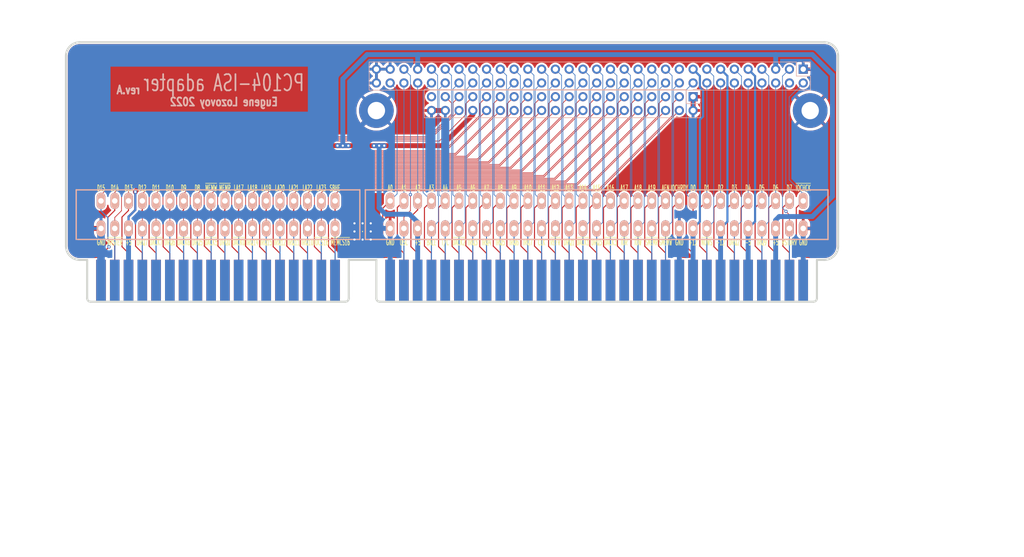
<source format=kicad_pcb>
(kicad_pcb (version 20221018) (generator pcbnew)
  (title_block (title "PC104-ISA-ADAPTER") (date "2022-09-11") (rev "A") (company "Eugene Lozovoy"))
  (layers (0 "F.Cu" signal) (31 "B.Cu" signal) (34 "B.Paste" user) (35 "F.Paste" user) (36 "B.SilkS" user "B.Silkscreen") (37 "F.SilkS" user "F.Silkscreen") (38 "B.Mask" user) (39 "F.Mask" user) (44 "Edge.Cuts" user))
  (net 0 "")
  (net 1 "GND")
  (net 2 "/IRQ12")
  (net 3 "+5V")
  (net 4 "-5V")
  (net 5 "/OSC")
  (net 6 "/DACK1")
  (net 7 "/DACK0")
  (net 8 "/MEMW")
  (net 9 "/MEMR")
  (net 10 "/REFRESH")
  (net 11 "/MEMCS16")
  (net 12 "/MASTER")
  (net 13 "/IOCS16")
  (net 14 "/DACK5")
  (net 15 "/TC")
  (net 16 "/IOCHRDY")
  (net 17 "/AEN")
  (net 18 "/SD8")
  (net 19 "/SD9")
  (net 20 "/SD10")
  (net 21 "/SD11")
  (net 22 "/SD12")
  (net 23 "/SD13")
  (net 24 "/SD14")
  (net 25 "/SD15")
  (net 26 "/SD7")
  (net 27 "/SD6")
  (net 28 "/SD5")
  (net 29 "/SD4")
  (net 30 "/SD3")
  (net 31 "/SD2")
  (net 32 "/SD1")
  (net 33 "/SD0")
  (net 34 "/SA15")
  (net 35 "/SA14")
  (net 36 "/SA13")
  (net 37 "/SA12")
  (net 38 "/SA11")
  (net 39 "/SA10")
  (net 40 "/SA9")
  (net 41 "/SA8")
  (net 42 "/SA7")
  (net 43 "/SA6")
  (net 44 "/SA5")
  (net 45 "/SA4")
  (net 46 "/SA3")
  (net 47 "/SA2")
  (net 48 "/SA1")
  (net 49 "/SA0")
  (net 50 "/LA23")
  (net 51 "/LA22")
  (net 52 "/LA21")
  (net 53 "/LA20")
  (net 54 "/LA19")
  (net 55 "/LA18")
  (net 56 "/LA17")
  (net 57 "-12V")
  (net 58 "+12V")
  (net 59 "/SMEMW")
  (net 60 "/IOW")
  (net 61 "/SMEMR")
  (net 62 "/IRQ14")
  (net 63 "/IOR")
  (net 64 "/DRQ7")
  (net 65 "/DACK7")
  (net 66 "/SBHE")
  (net 67 "/DRQ6")
  (net 68 "/DACK6")
  (net 69 "/DRQ5")
  (net 70 "/DRQ0")
  (net 71 "/DACK2")
  (net 72 "/DRQ1")
  (net 73 "/DRQ3")
  (net 74 "/DACK3")
  (net 75 "/DRQ2")
  (net 77 "/IRQ9")
  (net 78 "/IRQ7")
  (net 79 "/IRQ6")
  (net 80 "/IRQ5")
  (net 81 "/IRQ4")
  (net 82 "/IRQ3")
  (net 83 "/IRQ10")
  (net 84 "/IRQ11")
  (net 85 "/IRQ15")
  (net 86 "/SA19")
  (net 87 "/SA18")
  (net 88 "/SA17")
  (net 89 "/SA16")
  (net 90 "/IOCHK")
  (net 91 "/RSTDRV")
  (net 92 "/NOWS")
  (net 93 "/SYSCLK")
  (net 94 "/BALE")
  (footprint "MountingHole:MountingHole_3.2mm_M3_Pad" (layer "F.Cu") (at 135.45 97.2)
    (fp_text reference "H1" hide)
    (fp_text value "MountingHole_Pad" hide)
  )
  (footprint "MountingHole:MountingHole_3.2mm_M3_Pad" (layer "F.Cu") (at 215.475 97.2)
    (fp_text reference "H2" hide)
    (fp_text value "MountingHole_Pad" hide)
  )
  (footprint "my:ISA16_EDGE" (layer "F.Cu") (at 176.085 128.535)
    (fp_text reference "J1" hide)
    (fp_text value "Bus_ISA_16bit" hide)
  )
  (footprint "Connector_PinSocket_2.54mm:PinSocket_2x32_P2.54mm_Vertical" (layer "B.Cu") (at 214.19 89.5675 90)
    (fp_text reference "J3" hide)
    (fp_text value "PC104")
  )
  (footprint "Connector_PinSocket_2.54mm:PinSocket_2x20_P2.54mm_Vertical" (layer "B.Cu") (at 193.875 94.6425 90)
    (fp_text reference "J2" hide)
    (fp_text value "PC104_16")
  )
  (footprint "my:ISA16" (layer "B.Cu") (at 149.415 116.4)
    (fp_text reference "J4" hide)
    (fp_text value "Bus_ISA_16bit" hide)
  )
  (gr_arc (start 136.07 132.465) (mid 135.620987 132.279013) (end 135.435 131.83) (stroke (width 0.381)) (layer "Edge.Cuts"))
  (gr_line (start 216.715 124.745) (end 216.715 131.83) (stroke (width 0.381)) (layer "Edge.Cuts"))
  (gr_arc (start 220.625 122.205) (mid 219.881051 124.001051) (end 218.085 124.745) (stroke (width 0.381)) (layer "Edge.Cuts"))
  (gr_line (start 216.715 124.745) (end 218.085 124.745) (stroke (width 0.381)) (layer "Edge.Cuts"))
  (gr_arc (start 80.725 124.745) (mid 78.928949 124.001051) (end 78.185 122.205) (stroke (width 0.381)) (layer "Edge.Cuts"))
  (gr_line (start 220.62 87.14) (end 220.625 122.205) (stroke (width 0.381)) (layer "Edge.Cuts"))
  (gr_line (start 78.18 87.14) (end 78.185 122.205) (stroke (width 0.381)) (layer "Edge.Cuts"))
  (gr_line (start 135.435 124.745) (end 135.435 131.83) (stroke (width 0.381)) (layer "Edge.Cuts"))
  (gr_line (start 82.73 132.465) (end 129.72 132.465) (stroke (width 0.381)) (layer "Edge.Cuts"))
  (gr_arc (start 130.355 131.83) (mid 130.169013 132.279013) (end 129.72 132.465) (stroke (width 0.381)) (layer "Edge.Cuts"))
  (gr_arc (start 216.715 131.83) (mid 216.529013 132.279013) (end 216.08 132.465) (stroke (width 0.381)) (layer "Edge.Cuts"))
  (gr_line (start 136.07 132.465) (end 216.08 132.465) (stroke (width 0.381)) (layer "Edge.Cuts"))
  (gr_line (start 80.72 84.6) (end 218.08 84.6) (stroke (width 0.381)) (layer "Edge.Cuts"))
  (gr_line (start 130.355 124.745) (end 135.435 124.745) (stroke (width 0.381)) (layer "Edge.Cuts"))
  (gr_line (start 130.355 131.83) (end 130.355 124.745) (stroke (width 0.381)) (layer "Edge.Cuts"))
  (gr_line (start 82.095 124.745) (end 82.095 131.83) (stroke (width 0.381)) (layer "Edge.Cuts"))
  (gr_arc (start 218.08 84.6) (mid 219.876051 85.343949) (end 220.62 87.14) (stroke (width 0.381)) (layer "Edge.Cuts"))
  (gr_line (start 80.725 124.745) (end 82.095 124.745) (stroke (width 0.381)) (layer "Edge.Cuts"))
  (gr_arc (start 82.73 132.465) (mid 82.280987 132.279013) (end 82.095 131.83) (stroke (width 0.381)) (layer "Edge.Cuts"))
  (gr_arc (start 78.18 87.14) (mid 78.923949 85.343949) (end 80.72 84.6) (stroke (width 0.381)) (layer "Edge.Cuts"))
  (gr_text "PC104-ISA adapter" (at 107.305 92.1) (layer "B.Cu") (effects (font (size 3 2) (thickness 0.3)) (justify mirror)))
  (gr_text "rev.A" (at 89.7 93.4) (layer "B.Cu") (effects (font (size 1.5 1.2) (thickness 0.3)) (justify mirror)))
  (gr_text "Eugene Lozovoy 2022" (at 107.305 95.6) (layer "B.Cu") (effects (font (size 1.5 1.2) (thickness 0.3)) (justify mirror)))
  (gr_text "PC104-ISA adapter" (at 107.305 92.1) (layer "B.SilkS") (effects (font (size 3 2) (thickness 0.3)) (justify mirror)))
  (gr_text "rev.A" (at 89.7 93.4) (layer "B.SilkS") (effects (font (size 1.5 1.2) (thickness 0.3)) (justify mirror)))
  (gr_text "Eugene Lozovoy 2022" (at 107.305 95.6) (layer "B.SilkS") (effects (font (size 1.5 1.2) (thickness 0.3)) (justify mirror)))
  (gr_text "+5" (at 143.08 121.5) (layer "F.SilkS") (effects (font (size 1.1 0.5) (thickness 0.125))))
  (gr_text "DRQ2" (at 201.48 121.5) (layer "F.SilkS") (effects (font (size 1.1 0.5) (thickness 0.125))))
  (gr_text "DRQ3" (at 176.07 121.5) (layer "F.SilkS") (effects (font (size 1.1 0.5) (thickness 0.125))))
  (gr_text "IRQ9" (at 206.55 121.5) (layer "F.SilkS") (effects (font (size 1.1 0.5) (thickness 0.125))))
  (gr_text "~{SMEMR}" (at 186.24 121.5) (layer "F.SilkS") (effects (font (size 1.1 0.45) (thickness 0.1125))))
  (gr_text "GND" (at 191.33 121.51125) (layer "F.SilkS") (effects (font (size 1.1 0.5) (thickness 0.125))))
  (gr_text "LA22" (at 122.73 111.5) (layer "F.SilkS") (effects (font (size 1.1 0.5) (thickness 0.125))))
  (gr_text "IRQ5" (at 158.31 121.5) (layer "F.SilkS") (effects (font (size 1.1 0.5) (thickness 0.125))))
  (gr_text "D5" (at 206.55 111.5) (layer "F.SilkS") (effects (font (size 1.1 0.5) (thickness 0.125))))
  (gr_text "GND" (at 84.66 121.5) (layer "F.SilkS") (effects (font (size 1.1 0.5) (thickness 0.125))))
  (gr_text "~{IOR}" (at 181.16 121.5) (layer "F.SilkS") (effects (font (size 1.1 0.5) (thickness 0.125))))
  (gr_text "GND" (at 214.19 121.51125) (layer "F.SilkS") (effects (font (size 1.1 0.5) (thickness 0.125))))
  (gr_text "~{NOWS}" (at 196.4 121.5) (layer "F.SilkS") (effects (font (size 1.1 0.5) (thickness 0.125))))
  (gr_text "LA21" (at 120.2 111.5) (layer "F.SilkS") (effects (font (size 1.1 0.5) (thickness 0.125))))
  (gr_text "A15" (at 176.07 111.5) (layer "F.SilkS") (effects (font (size 1.1 0.5) (thickness 0.125))))
  (gr_text "~{DACK0}" (at 110.05 121.5) (layer "F.SilkS") (effects (font (size 1.1 0.5) (thickness 0.125))))
  (gr_text "A8" (at 158.31 111.5) (layer "F.SilkS") (effects (font (size 1.1 0.5) (thickness 0.125))))
  (gr_text "-12" (at 198.95 121.5) (layer "F.SilkS") (effects (font (size 1.1 0.5) (thickness 0.125))))
  (gr_text "D11" (at 94.81 111.5) (layer "F.SilkS") (effects (font (size 1.1 0.5) (thickness 0.125))))
  (gr_text "+5" (at 209.1 121.5) (layer "F.SilkS") (effects (font (size 1.1 0.5) (thickness 0.125))))
  (gr_text "-5" (at 204.02 121.5) (layer "F.SilkS") (effects (font (size 1.1 0.5) (thickness 0.125))))
  (gr_text "+5" (at 89.74 121.5) (layer "F.SilkS") (effects (font (size 1.1 0.5) (thickness 0.125))))
  (gr_text "~{IOCHCK}" (at 214.19 111.51125) (layer "F.SilkS") (effects (font (size 1.1 0.5) (thickness 0.125))))
  (gr_text "~{IOCS16}" (at 125.28 121.5) (layer "F.SilkS") (effects (font (size 1.1 0.5) (thickness 0.125))))
  (gr_text "IRQ11" (at 120.2 121.5) (layer "F.SilkS") (effects (font (size 1.1 0.5) (thickness 0.125))))
  (gr_text "A4" (at 148.15 111.5) (layer "F.SilkS") (effects (font (size 1.1 0.5) (thickness 0.125))))
  (gr_text "DRQ6" (at 97.34 121.5) (layer "F.SilkS") (effects (font (size 1.1 0.5) (thickness 0.125))))
  (gr_text "~{MASTER}" (at 87.19 121.5) (layer "F.SilkS") (effects (font (size 1.1 0.5) (thickness 0.125))))
  (gr_text "A12" (at 168.46 111.5) (layer "F.SilkS") (effects (font (size 1.1 0.5) (thickness 0.125))))
  (gr_text "LA17" (at 110.05 111.5) (layer "F.SilkS") (effects (font (size 1.1 0.5) (thickness 0.125))))
  (gr_text "A10" (at 163.39 111.5) (layer "F.SilkS") (effects (font (size 1.1 0.5) (thickness 0.125))))
  (gr_text "D2" (at 198.95 111.5) (layer "F.SilkS") (effects (font (size 1.1 0.5) (thickness 0.125))))
  (gr_text "~{DACK3}" (at 178.63 121.5) (layer "F.SilkS") (effects (font (size 1.1 0.5) (thickness 0.125))))
  (gr_text "~{DACK2}" (at 150.68 121.5) (layer "F.SilkS") (effects (font (size 1.1 0.5) (thickness 0.125))))
  (gr_text "LA23" (at 125.28 111.5) (layer "F.SilkS") (effects (font (size 1.1 0.5) (thickness 0.125))))
  (gr_text "A0" (at 138 111.5) (layer "F.SilkS") (effects (font (size 1.1 0.5) (thickness 0.125))))
  (gr_text "A2" (at 143.08 111.5) (layer "F.SilkS") (effects (font (size 1.1 0.5) (thickness 0.125))))
  (gr_text "A17" (at 181.16 111.5) (layer "F.SilkS") (effects (font (size 1.1 0.5) (thickness 0.125))))
  (gr_text "IRQ15" (at 115.12 121.5) (layer "F.SilkS") (effects (font (size 1.1 0.5) (thickness 0.125))))
  (gr_text "LA18" (at 112.58 111.5) (layer "F.SilkS") (effects (font (size 1.1 0.5) (thickness 0.125))))
  (gr_text "A7" (at 155.76 111.5) (layer "F.SilkS") (effects (font (size 1.1 0.5) (thickness 0.125))))
  (gr_text "A13" (at 170.99 111.5) (layer "F.SilkS") (effects (font (size 1.1 0.5) (thickness 0.125))))
  (gr_text "IRQ4" (at 155.76 121.5) (layer "F.SilkS") (effects (font (size 1.1 0.5) (thickness 0.125))))
  (gr_text "~{SMEMW}" (at 188.8 121.51125) (layer "F.SilkS") (effects (font (size 1.1 0.45) (thickness 0.1125))))
  (gr_text "OSC" (at 140.53 121.5) (layer "F.SilkS") (effects (font (size 1.1 0.5) (thickness 0.125))))
  (gr_text "A11" (at 165.92 111.5) (layer "F.SilkS") (effects (font (size 1.1 0.5) (thickness 0.125))))
  (gr_text "A18" (at 183.71 111.5) (layer "F.SilkS") (effects (font (size 1.1 0.5) (thickness 0.125))))
  (gr_text "AEN" (at 188.8 111.51125) (layer "F.SilkS") (effects (font (size 1.1 0.5) (thickness 0.125))))
  (gr_text "D14" (at 87.19 111.5) (layer "F.SilkS") (effects (font (size 1.1 0.5) (thickness 0.125))))
  (gr_text "A3" (at 145.61 111.5) (layer "F.SilkS") (effects (font (size 1.1 0.5) (thickness 0.125))))
  (gr_text "D1" (at 196.4 111.5) (layer "F.SilkS") (effects (font (size 1.1 0.5) (thickness 0.125))))
  (gr_text "RSTDRV" (at 211.63 121.5) (layer "F.SilkS") (effects (font (size 1.1 0.5) (thickness 0.125))))
  (gr_text "A14" (at 173.54 111.5) (layer "F.SilkS") (effects (font (size 1.1 0.5) (thickness 0.125))))
  (gr_text "D7" (at 211.63 111.5) (layer "F.SilkS") (effects (font (size 1.1 0.5) (thickness 0.125))))
  (gr_text "~{MEMCS16}" (at 128.8 121.5) (layer "F.SilkS") (effects (font (size 1.1 0.5) (thickness 0.125))))
  (gr_text "IRQ10" (at 122.73 121.5) (layer "F.SilkS") (effects (font (size 1.1 0.5) (thickness 0.125))))
  (gr_text "~{DACK7}" (at 94.81 121.5) (layer "F.SilkS") (effects (font (size 1.1 0.5) (thickness 0.125))))
  (gr_text "D6" (at 209.1 111.5) (layer "F.SilkS") (effects (font (size 1.1 0.5) (thickness 0.125))))
  (gr_text "IRQ7" (at 163.39 121.5) (layer "F.SilkS") (effects (font (size 1.1 0.5) (thickness 0.125))))
  (gr_text "IRQ14" (at 112.58 121.5) (layer "F.SilkS") (effects (font (size 1.1 0.5) (thickness 0.125))))
  (gr_text "A6" (at 153.23 111.5) (layer "F.SilkS") (effects (font (size 1.1 0.5) (thickness 0.125))))
  (gr_text "D13" (at 89.74 111.5) (layer "F.SilkS") (effects (font (size 1.1 0.5) (thickness 0.125))))
  (gr_text "D12" (at 92.27 111.5) (layer "F.SilkS") (effects (font (size 1.1 0.5) (thickness 0.125))))
  (gr_text "A5" (at 150.68 111.5) (layer "F.SilkS") (effects (font (size 1.1 0.5) (thickness 0.125))))
  (gr_text "~{DACK1}" (at 173.54 121.5) (layer "F.SilkS") (effects (font (size 1.1 0.5) (thickness 0.125))))
  (gr_text "CLK" (at 165.92 121.5) (layer "F.SilkS") (effects (font (size 1.1 0.5) (thickness 0.125))))
  (gr_text "IOCHRDY" (at 191.33 111.51125) (layer "F.SilkS") (effects (font (size 1.1 0.5) (thickness 0.125))))
  (gr_text "D0" (at 193.87 111.5) (layer "F.SilkS") (effects (font (size 1.1 0.5) (thickness 0.125))))
  (gr_text "." (at 132.9 119.1) (layer "F.SilkS") (effects (font (size 1 0.5) (thickness 0.125))))
  (gr_text "IRQ12" (at 117.65 121.5) (layer "F.SilkS") (effects (font (size 1.1 0.5) (thickness 0.125))))
  (gr_text "A1" (at 140.53 111.5) (layer "F.SilkS") (effects (font (size 1.1 0.5) (thickness 0.125))))
  (gr_text "D8" (at 102.42 111.5) (layer "F.SilkS") (effects (font (size 1.1 0.5) (thickness 0.125))))
  (gr_text "~{MEMW}" (at 104.97 111.51125) (layer "F.SilkS") (effects (font (size 1.1 0.5) (thickness 0.125))))
  (gr_text "A9" (at 160.84 111.5) (layer "F.SilkS") (effects (font (size 1.1 0.5) (thickness 0.125))))
  (gr_text "SBHE" (at 127.81 111.51125) (layer "F.SilkS") (effects (font (size 1.1 0.5) (thickness 0.125))))
  (gr_text "A19" (at 186.24 111.5) (layer "F.SilkS") (effects (font (size 1.1 0.5) (thickness 0.125))))
  (gr_text "BALE" (at 145.61 121.5) (layer "F.SilkS") (effects (font (size 1.1 0.5) (thickness 0.125))))
  (gr_text "IRQ6" (at 160.84 121.5) (layer "F.SilkS") (effects (font (size 1.1 0.5) (thickness 0.125))))
  (gr_text "D3" (at 201.48 111.5) (layer "F.SilkS") (effects (font (size 1.1 0.5) (thickness 0.125))))
  (gr_text "~{MEMR}" (at 107.5 111.51125) (layer "F.SilkS") (effects (font (size 1.1 0.5) (thickness 0.125))))
  (gr_text "~{DACK6}" (at 99.89 121.5) (layer "F.SilkS") (effects (font (size 1.1 0.5) (thickness 0.125))))
  (gr_text "A16" (at 178.63 111.5) (layer "F.SilkS") (effects (font (size 1.1 0.5) (thickness 0.125))))
  (gr_text "DRQ7" (at 92.27 121.5) (layer "F.SilkS") (effects (font (size 1.1 0.5) (thickness 0.125))))
  (gr_text "D10" (at 97.34 111.5) (layer "F.SilkS") (effects (font (size 1.1 0.5) (thickness 0.125))))
  (gr_text "~{DACK5}" (at 104.97 121.51125) (layer "F.SilkS") (effects (font (size 1.1 0.5) (thickness 0.125))))
  (gr_text "IRQ3" (at 153.23 121.5) (layer "F.SilkS") (effects (font (size 1.1 0.5) (thickness 0.125))))
  (gr_text "DRQ0" (at 107.5 121.51125) (layer "F.SilkS") (effects (font (size 1.1 0.5) (thickness 0.125))))
  (gr_text "~{REFR}" (at 168.46 121.5) (layer "F.SilkS") (effects (font (size 1.1 0.5) (thickness 0.125))))
  (gr_text "LA20" (at 117.65 111.5) (layer "F.SilkS") (effects (font (size 1.1 0.5) (thickness 0.125))))
  (gr_text "+12" (at 193.87 121.5) (layer "F.SilkS") (effects (font (size 1.1 0.5) (thickness 0.125))))
  (gr_text "D4" (at 204.02 111.5) (layer "F.SilkS") (effects (font (size 1.1 0.5) (thickness 0.125))))
  (gr_text "D15" (at 84.66 111.5) (layer "F.SilkS") (effects (font (size 1.1 0.5) (thickness 0.125))))
  (gr_text "LA19" (at 115.12 111.5) (layer "F.SilkS") (effects (font (size 1.1 0.5) (thickness 0.125))))
  (gr_text "~{IOW}" (at 183.71 121.5) (layer "F.SilkS") (effects (font (size 1.1 0.5) (thickness 0.125))))
  (gr_text "DRQ1" (at 170.99 121.5) (layer "F.SilkS") (effects (font (size 1.1 0.5) (thickness 0.125))))
  (gr_text "T/C" (at 148.15 121.5) (layer "F.SilkS") (effects (font (size 1.1 0.5) (thickness 0.125))))
  (gr_text "GND" (at 138 121.5) (layer "F.SilkS") (effects (font (size 1.1 0.5) (thickness 0.125))))
  (gr_text "DRQ5" (at 102.42 121.5) (layer "F.SilkS") (effects (font (size 1.1 0.5) (thickness 0.125))))
  (gr_text "D9" (at 99.89 111.5) (layer "F.SilkS") (effects (font (size 1.1 0.5) (thickness 0.125))))
  (segment (start 218.305 100.03) (end 215.475 97.2) (width 0.65) (layer "F.Cu") (net 1))
  (segment (start 132.55 100.1) (end 92.43 100.1) (width 0.9) (layer "F.Cu") (net 1))
  (segment (start 218.305 116.9) (end 218.305 100.03) (width 0.65) (layer "F.Cu") (net 1))
  (segment (start 191.325 116.975) (end 192.6 115.7) (width 0.4) (layer "F.Cu") (net 1))
  (segment (start 218.105 91.6) (end 218.105 94.57) (width 0.65) (layer "F.Cu") (net 1))
  (segment (start 214.185 118.94) (end 216.265 118.94) (width 0.65) (layer "F.Cu") (net 1))
  (segment (start 191.325 118.94) (end 191.325 116.975) (width 0.4) (layer "F.Cu") (net 1))
  (segment (start 193.875 94.6425) (end 212.9175 94.6425) (width 0.65) (layer "F.Cu") (net 1))
  (segment (start 212.9175 94.6425) (end 215.475 97.2) (width 0.65) (layer "F.Cu") (net 1))
  (segment (start 82.18 117.98) (end 83.14 118.94) (width 0.9) (layer "F.Cu") (net 1))
  (segment (start 216.0725 89.5675) (end 218.105 91.6) (width 0.65) (layer "F.Cu") (net 1))
  (segment (start 135.45 97.2) (end 132.55 100.1) (width 0.9) (layer "F.Cu") (net 1))
  (segment (start 192.6 115.7) (end 192.6 112.3) (width 0.4) (layer "F.Cu") (net 1))
  (segment (start 193.875 94.6425) (end 193.875 97.1825) (width 0.9) (layer "F.Cu") (net 1))
  (segment (start 83.14 118.94) (end 84.645 118.94) (width 0.9) (layer "F.Cu") (net 1))
  (segment (start 218.105 94.57) (end 215.475 97.2) (width 0.65) (layer "F.Cu") (net 1))
  (segment (start 192.6 112.3) (end 193.875 111.025) (width 0.4) (layer "F.Cu") (net 1))
  (segment (start 92.43 100.1) (end 82.18 110.35) (width 0.9) (layer "F.Cu") (net 1))
  (segment (start 216.265 118.94) (end 218.305 116.9) (width 0.65) (layer "F.Cu") (net 1))
  (segment (start 148.155 97.1825) (end 145.615 97.1825) (width 0.9) (layer "F.Cu") (net 1))
  (segment (start 214.19 89.5675) (end 216.0725 89.5675) (width 0.65) (layer "F.Cu") (net 1))
  (segment (start 193.875 111.025) (end 193.875 97.1825) (width 0.4) (layer "F.Cu") (net 1))
  (segment (start 82.18 110.35) (end 82.18 117.98) (width 0.9) (layer "F.Cu") (net 1))
  (via (at 134.405 119.5) (size 0.7) (drill 0.4) (layers "F.Cu" "B.Cu") (net 1))
  (via (at 134.405 118) (size 0.7) (drill 0.4) (layers "F.Cu" "B.Cu") (net 1))
  (via (at 132.905 118) (size 0.7) (drill 0.4) (layers "F.Cu" "B.Cu") (net 1))
  (via (at 131.405 119.5) (size 0.7) (drill 0.4) (layers "F.Cu" "B.Cu") (net 1))
  (via (at 132.905 121) (size 0.7) (drill 0.4) (layers "F.Cu" "B.Cu") (net 1))
  (via (at 134.405 121) (size 0.7) (drill 0.4) (layers "F.Cu" "B.Cu") (net 1))
  (via (at 131.405 118) (size 0.7) (drill 0.4) (layers "F.Cu" "B.Cu") (net 1))
  (via (at 131.405 121) (size 0.7) (drill 0.4) (layers "F.Cu" "B.Cu") (net 1))
  (segment (start 214.185 118.94) (end 214.185 128.535) (width 0.9) (layer "B.Cu") (net 1))
  (segment (start 135.45 97.2) (end 132.305 100.345) (width 0.9) (layer "B.Cu") (net 1))
  (segment (start 132.305 100.345) (end 132.305 114.6) (width 0.9) (layer "B.Cu") (net 1))
  (segment (start 137.985 118.94) (end 137.985 128.535) (width 0.9) (layer "B.Cu") (net 1))
  (segment (start 136.645 118.94) (end 137.985 118.94) (width 0.9) (layer "B.Cu") (net 1))
  (segment (start 84.645 118.94) (end 84.645 128.535) (width 1.4) (layer "B.Cu") (net 1))
  (segment (start 191.325 118.94) (end 191.325 128.535) (width 0.9) (layer "B.Cu") (net 1))
  (segment (start 132.305 114.6) (end 136.645 118.94) (width 0.9) (layer "B.Cu") (net 1))
  (segment (start 118.98 115.5) (end 117.665 116.815) (width 0.127) (layer "F.Cu") (net 2))
  (segment (start 121.308 109.947) (end 118.98 112.275) (width 0.127) (layer "F.Cu") (net 2))
  (segment (start 118.98 112.275) (end 118.98 115.5) (width 0.127) (layer "F.Cu") (net 2))
  (segment (start 168.4105 109.947) (end 121.308 109.947) (width 0.127) (layer "F.Cu") (net 2))
  (segment (start 181.175 97.1825) (end 168.4105 109.947) (width 0.127) (layer "F.Cu") (net 2))
  (segment (start 117.665 116.815) (end 117.665 118.94) (width 0.127) (layer "F.Cu") (net 2))
  (segment (start 117.665 118.94) (end 117.665 128.535) (width 0.2) (layer "B.Cu") (net 2))
  (segment (start 90.98 112.1) (end 90.98 112.2) (width 0.9) (layer "F.Cu") (net 3))
  (segment (start 89.725 116.78) (end 89.725 118.94) (width 0.4) (layer "F.Cu") (net 3))
  (segment (start 90.98 115.525) (end 89.725 116.78) (width 0.4) (layer "F.Cu") (net 3))
  (segment (start 135.955 103.675) (end 135 103.675) (width 0.9) (layer "F.Cu") (net 3))
  (segment (start 90.98 112.2) (end 90.98 115.525) (width 0.4) (layer "F.Cu") (net 3))
  (segment (start 136.9 103.675) (end 135.955 103.675) (width 0.9) (layer "F.Cu") (net 3))
  (segment (start 130.275 103.675) (end 129.255 103.675) (width 0.9) (layer "F.Cu") (net 3))
  (segment (start 153.235 97.97) (end 153.235 97.1825) (width 0.9) (layer "F.Cu") (net 3))
  (segment (start 147.53 103.675) (end 153.235 97.97) (width 0.9) (layer "F.Cu") (net 3))
  (segment (start 99.405 103.675) (end 90.98 112.1) (width 0.9) (layer "F.Cu") (net 3))
  (segment (start 129.255 103.675) (end 128.275 103.675) (width 0.9) (layer "F.Cu") (net 3))
  (segment (start 135 103.675) (end 130.275 103.675) (width 0.9) (layer "F.Cu") (net 3))
  (segment (start 128.275 103.675) (end 99.405 103.675) (width 0.9) (layer "F.Cu") (net 3))
  (segment (start 136.9 103.675) (end 147.53 103.675) (width 0.9) (layer "F.Cu") (net 3))
  (via (at 90.98 112.2) (size 0.7) (drill 0.4) (layers "F.Cu" "B.Cu") (net 3))
  (via (at 136.9 103.675) (size 0.7) (drill 0.4) (layers "F.Cu" "B.Cu") (net 3))
  (via (at 128.275 103.675) (size 0.7) (drill 0.4) (layers "F.Cu" "B.Cu") (net 3))
  (via (at 130.275 103.675) (size 0.7) (drill 0.4) (layers "F.Cu" "B.Cu") (net 3))
  (via (at 135 103.675) (size 0.7) (drill 0.4) (layers "F.Cu" "B.Cu") (net 3))
  (via (at 129.255 103.675) (size 0.7) (drill 0.4) (layers "F.Cu" "B.Cu") (net 3))
  (via (at 135.955 103.675) (size 0.7) (drill 0.4) (layers "F.Cu" "B.Cu") (net 3))
  (segment (start 129.255 103.675) (end 128.275 103.675) (width 0.9) (layer "B.Cu") (net 3))
  (segment (start 129.255 91.35) (end 129.255 103.675) (width 0.9) (layer "B.Cu") (net 3))
  (segment (start 143.065 118.94) (end 143.065 117.81) (width 0.9) (layer "B.Cu") (net 3))
  (segment (start 209.105 117.4) (end 209.105 118.94) (width 0.9) (layer "B.Cu") (net 3))
  (segment (start 209.11 89.5675) (end 209.11 86.875) (width 0.9) (layer "B.Cu") (net 3))
  (segment (start 143.155 86.875) (end 133.73 86.875) (width 0.9) (layer "B.Cu") (net 3))
  (segment (start 89.725 116.78) (end 90.98 115.525) (width 0.4) (layer "B.Cu") (net 3))
  (segment (start 135.955 103.675) (end 135 103.675) (width 0.9) (layer "B.Cu") (net 3))
  (segment (start 219.58 113.02) (end 215.85 116.75) (width 0.9) (layer "B.Cu") (net 3))
  (segment (start 215.855 86.875) (end 219.58 90.6) (width 0.9) (layer "B.Cu") (net 3))
  (segment (start 135.955 115.15) (end 135.955 103.675) (width 0.9) (layer "B.Cu") (net 3))
  (segment (start 141.58 116.325) (end 137.13 116.325) (width 0.9) (layer "B.Cu") (net 3))
  (segment (start 89.725 118.94) (end 89.725 116.78) (width 0.4) (layer "B.Cu") (net 3))
  (segment (start 219.58 90.6) (end 219.58 113.02) (width 0.9) (layer "B.Cu") (net 3))
  (segment (start 143.07 89.5675) (end 143.07 86.96) (width 0.9) (layer "B.Cu") (net 3))
  (segment (start 215.85 116.75) (end 209.755 116.75) (width 0.9) (layer "B.Cu") (net 3))
  (segment (start 135.955 103.675) (end 136.9 103.675) (width 0.9) (layer "B.Cu") (net 3))
  (segment (start 143.07 86.96) (end 143.155 86.875) (width 0.9) (layer "B.Cu") (net 3))
  (segment (start 129.255 103.675) (end 130.275 103.675) (width 0.9) (layer "B.Cu") (net 3))
  (segment (start 209.755 116.75) (end 209.105 117.4) (width 0.9) (layer "B.Cu") (net 3))
  (segment (start 133.73 86.875) (end 129.255 91.35) (width 0.9) (layer "B.Cu") (net 3))
  (segment (start 143.065 118.94) (end 143.065 128.535) (width 0.9) (layer "B.Cu") (net 3))
  (segment (start 209.105 118.94) (end 209.105 128.535) (width 0.9) (layer "B.Cu") (net 3))
  (segment (start 143.065 117.81) (end 141.58 116.325) (width 0.9) (layer "B.Cu") (net 3))
  (segment (start 209.11 86.875) (end 143.155 86.875) (width 0.9) (layer "B.Cu") (net 3))
  (segment (start 137.13 116.325) (end 135.955 115.15) (width 0.9) (layer "B.Cu") (net 3))
  (segment (start 89.725 118.94) (end 89.725 128.535) (width 0.9) (layer "B.Cu") (net 3))
  (segment (start 90.98 115.525) (end 90.98 112.2) (width 0.4) (layer "B.Cu") (net 3))
  (segment (start 209.11 86.875) (end 215.855 86.875) (width 0.9) (layer "B.Cu") (net 3))
  (segment (start 205.305 117.66) (end 205.305 90.8425) (width 0.4) (layer "B.Cu") (net 4))
  (segment (start 205.305 90.8425) (end 204.03 89.5675) (width 0.4) (layer "B.Cu") (net 4))
  (segment (start 204.025 118.94) (end 205.305 117.66) (width 0.4) (layer "B.Cu") (net 4))
  (segment (start 204.025 118.94) (end 204.025 128.535) (width 0.9) (layer "B.Cu") (net 4))
  (segment (start 140.525 116.855) (end 140.525 118.94) (width 0.127) (layer "F.Cu") (net 5))
  (segment (start 141.73 115.65) (end 140.525 116.855) (width 0.127) (layer "F.Cu") (net 5))
  (segment (start 141.73 112.7) (end 141.73 115.65) (width 0.127) (layer "F.Cu") (net 5))
  (via (at 141.73 112.7) (size 0.6) (drill 0.3) (layers "F.Cu" "B.Cu") (net 5))
  (segment (start 140.525 118.94) (end 140.525 128.535) (width 0.2) (layer "B.Cu") (net 5))
  (segment (start 141.73 90.7675) (end 140.53 89.5675) (width 0.127) (layer "B.Cu") (net 5))
  (segment (start 141.73 112.7) (end 141.73 90.7675) (width 0.127) (layer "B.Cu") (net 5))
  (segment (start 174.705 117.78) (end 173.545 118.94) (width 0.127) (layer "B.Cu") (net 6))
  (segment (start 174.705 90.7225) (end 174.705 117.78) (width 0.127) (layer "B.Cu") (net 6))
  (segment (start 173.55 89.5675) (end 174.705 90.7225) (width 0.127) (layer "B.Cu") (net 6))
  (segment (start 173.545 118.94) (end 173.545 128.535) (width 0.2) (layer "B.Cu") (net 6))
  (segment (start 162.3145 108.423) (end 115.382 108.423) (width 0.127) (layer "F.Cu") (net 7))
  (segment (start 173.555 97.1825) (end 162.3145 108.423) (width 0.127) (layer "F.Cu") (net 7))
  (segment (start 110.045 116.91) (end 110.045 118.94) (width 0.127) (layer "F.Cu") (net 7))
  (segment (start 115.382 108.423) (end 111.33 112.475) (width 0.127) (layer "F.Cu") (net 7))
  (segment (start 111.33 112.475) (end 111.33 115.625) (width 0.127) (layer "F.Cu") (net 7))
  (segment (start 111.33 115.625) (end 110.045 116.91) (width 0.127) (layer "F.Cu") (net 7))
  (segment (start 110.045 118.94) (end 110.045 128.535) (width 0.2) (layer "B.Cu") (net 7))
  (segment (start 110.427 107.153) (end 104.965 112.615) (width 0.127) (layer "F.Cu") (net 8))
  (segment (start 168.475 94.6425) (end 167.205 95.9125) (width 0.127) (layer "F.Cu") (net 8))
  (segment (start 104.965 113.86) (end 104.965 115.59) (width 0.2) (layer "F.Cu") (net 8))
  (segment (start 104.965 123.45) (end 104.965 128.535) (width 0.2) (layer "F.Cu") (net 8))
  (segment (start 167.205 95.9125) (end 167.205 98.09329) (width 0.127) (layer "F.Cu") (net 8))
  (segment (start 103.715 122.2) (end 104.965 123.45) (width 0.2) (layer "F.Cu") (net 8))
  (segment (start 104.965 112.615) (end 104.965 113.86) (width 0.127) (layer "F.Cu") (net 8))
  (segment (start 158.14529 107.153) (end 110.427 107.153) (width 0.127) (layer "F.Cu") (net 8))
  (segment (start 167.205 98.09329) (end 158.14529 107.153) (width 0.127) (layer "F.Cu") (net 8))
  (segment (start 104.965 115.59) (end 103.715 116.84) (width 0.2) (layer "F.Cu") (net 8))
  (segment (start 103.715 116.84) (end 103.715 122.2) (width 0.2) (layer "F.Cu") (net 8))
  (segment (start 169.805 98.03329) (end 160.17729 107.661) (width 0.127) (layer "F.Cu") (net 9))
  (segment (start 169.805 95.8525) (end 169.805 98.03329) (width 0.127) (layer "F.Cu") (net 9))
  (segment (start 106.215 122.2) (end 107.505 123.49) (width 0.2) (layer "F.Cu") (net 9))
  (segment (start 171.015 94.6425) (end 169.805 95.8525) (width 0.127) (layer "F.Cu") (net 9))
  (segment (start 107.505 123.49) (end 107.505 128.535) (width 0.2) (layer "F.Cu") (net 9))
  (segment (start 160.17729 107.661) (end 112.444 107.661) (width 0.127) (layer "F.Cu") (net 9))
  (segment (start 112.444 107.661) (end 107.505 112.6) (width 0.127) (layer "F.Cu") (net 9))
  (segment (start 107.505 115.6) (end 106.215 116.89) (width 0.2) (layer "F.Cu") (net 9))
  (segment (start 107.505 112.6) (end 107.505 113.86) (width 0.127) (layer "F.Cu") (net 9))
  (segment (start 106.215 116.89) (end 106.215 122.2) (width 0.2) (layer "F.Cu") (net 9))
  (segment (start 107.505 113.86) (end 107.505 115.6) (width 0.2) (layer "F.Cu") (net 9))
  (segment (start 169.605 117.8) (end 168.465 118.94) (width 0.127) (layer "B.Cu") (net 10))
  (segment (start 169.605 90.7025) (end 169.605 117.8) (width 0.127) (layer "B.Cu") (net 10))
  (segment (start 168.465 118.94) (end 168.465 128.535) (width 0.2) (layer "B.Cu") (net 10))
  (segment (start 168.47 89.5675) (end 169.605 90.7025) (width 0.127) (layer "B.Cu") (net 10))
  (segment (start 129.055 112.85) (end 129.905 112) (width 0.127) (layer "F.Cu") (net 11))
  (segment (start 176.5175 112) (end 191.335 97.1825) (width 0.127) (layer "F.Cu") (net 11))
  (segment (start 129.905 112) (end 176.5175 112) (width 0.127) (layer "F.Cu") (net 11))
  (segment (start 127.825 116.93) (end 129.055 115.7) (width 0.127) (layer "F.Cu") (net 11))
  (segment (start 129.055 115.7) (end 129.055 112.85) (width 0.127) (layer "F.Cu") (net 11))
  (segment (start 127.825 118.94) (end 127.825 116.93) (width 0.127) (layer "F.Cu") (net 11))
  (segment (start 127.825 118.94) (end 127.825 128.535) (width 0.2) (layer "B.Cu") (net 11))
  (segment (start 145.3525 102.525) (end 97.805 102.525) (width 0.127) (layer "F.Cu") (net 12))
  (segment (start 88.43 115.675) (end 87.185 116.92) (width 0.127) (layer "F.Cu") (net 12))
  (segment (start 97.805 102.525) (end 88.43 111.9) (width 0.127) (layer "F.Cu") (net 12))
  (segment (start 88.43 111.9) (end 88.43 115.675) (width 0.127) (layer "F.Cu") (net 12))
  (segment (start 87.185 116.92) (end 87.185 118.94) (width 0.127) (layer "F.Cu") (net 12))
  (segment (start 150.695 97.1825) (end 145.3525 102.525) (width 0.127) (layer "F.Cu") (net 12))
  (segment (start 87.185 118.94) (end 87.185 128.535) (width 0.2) (layer "B.Cu") (net 12))
  (segment (start 126.58 112.6) (end 126.58 115.775) (width 0.127) (layer "F.Cu") (net 13))
  (segment (start 174.5065 111.471) (end 127.709 111.471) (width 0.127) (layer "F.Cu") (net 13))
  (segment (start 127.709 111.471) (end 126.58 112.6) (width 0.127) (layer "F.Cu") (net 13))
  (segment (start 126.58 115.775) (end 125.285 117.07) (width 0.127) (layer "F.Cu") (net 13))
  (segment (start 125.285 117.07) (end 125.285 118.94) (width 0.127) (layer "F.Cu") (net 13))
  (segment (start 188.795 97.1825) (end 174.5065 111.471) (width 0.127) (layer "F.Cu") (net 13))
  (segment (start 125.285 118.94) (end 125.285 128.535) (width 0.2) (layer "B.Cu") (net 13))
  (segment (start 104.965 116.99) (end 104.965 118.94) (width 0.127) (layer "F.Cu") (net 14))
  (segment (start 111.373 107.407) (end 106.155 112.625) (width 0.127) (layer "F.Cu") (net 14))
  (segment (start 168.475 97.1825) (end 158.2505 107.407) (width 0.127) (layer "F.Cu") (net 14))
  (segment (start 106.155 115.8) (end 104.965 116.99) (width 0.127) (layer "F.Cu") (net 14))
  (segment (start 106.155 112.625) (end 106.155 115.8) (width 0.127) (layer "F.Cu") (net 14))
  (segment (start 158.2505 107.407) (end 111.373 107.407) (width 0.127) (layer "F.Cu") (net 14))
  (segment (start 104.965 118.94) (end 104.965 128.535) (width 0.2) (layer "B.Cu") (net 14))
  (segment (start 149.305 117.78) (end 148.145 118.94) (width 0.127) (layer "B.Cu") (net 15))
  (segment (start 149.305 90.7225) (end 149.305 117.78) (width 0.127) (layer "B.Cu") (net 15))
  (segment (start 148.15 89.5675) (end 149.305 90.7225) (width 0.127) (layer "B.Cu") (net 15))
  (segment (start 148.145 118.94) (end 148.145 128.535) (width 0.2) (layer "B.Cu") (net 15))
  (segment (start 190.115 122.3) (end 191.325 123.51) (width 0.2) (layer "F.Cu") (net 16))
  (segment (start 191.325 123.51) (end 191.325 128.535) (width 0.2) (layer "F.Cu") (net 16))
  (segment (start 190.115 115.07) (end 190.115 122.3) (width 0.2) (layer "F.Cu") (net 16))
  (segment (start 191.325 113.86) (end 190.115 115.07) (width 0.2) (layer "F.Cu") (net 16))
  (segment (start 190.259 112.794) (end 191.325 113.86) (width 0.127) (layer "B.Cu") (net 16))
  (segment (start 190.259 93.1785) (end 190.259 112.794) (width 0.127) (layer "B.Cu") (net 16))
  (segment (start 191.33 92.1075) (end 190.259 93.1785) (width 0.127) (layer "B.Cu") (net 16))
  (segment (start 187.515 115.13) (end 187.515 122.2) (width 0.2) (layer "F.Cu") (net 17))
  (segment (start 187.515 122.2) (end 188.785 123.47) (width 0.2) (layer "F.Cu") (net 17))
  (segment (start 188.785 123.47) (end 188.785 128.535) (width 0.2) (layer "F.Cu") (net 17))
  (segment (start 188.785 113.86) (end 187.515 115.13) (width 0.2) (layer "F.Cu") (net 17))
  (segment (start 188.79 92.1075) (end 187.659 93.2385) (width 0.127) (layer "B.Cu") (net 17))
  (segment (start 187.659 112.734) (end 188.785 113.86) (width 0.127) (layer "B.Cu") (net 17))
  (segment (start 187.659 93.2385) (end 187.659 112.734) (width 0.127) (layer "B.Cu") (net 17))
  (segment (start 165.935 94.6425) (end 164.6 95.9775) (width 0.127) (layer "F.Cu") (net 18))
  (segment (start 101.215 116.84) (end 101.215 122.3) (width 0.2) (layer "F.Cu") (net 18))
  (segment (start 108.355 106.645) (end 102.425 112.575) (width 0.127) (layer "F.Cu") (net 18))
  (segment (start 164.6 98.15829) (end 156.11329 106.645) (width 0.127) (layer "F.Cu") (net 18))
  (segment (start 101.215 122.3) (end 102.425 123.51) (width 0.2) (layer "F.Cu") (net 18))
  (segment (start 102.425 115.63) (end 101.215 116.84) (width 0.2) (layer "F.Cu") (net 18))
  (segment (start 102.425 112.575) (end 102.425 113.86) (width 0.127) (layer "F.Cu") (net 18))
  (segment (start 102.425 123.51) (end 102.425 128.535) (width 0.2) (layer "F.Cu") (net 18))
  (segment (start 156.11329 106.645) (end 108.355 106.645) (width 0.127) (layer "F.Cu") (net 18))
  (segment (start 102.425 113.86) (end 102.425 115.63) (width 0.2) (layer "F.Cu") (net 18))
  (segment (start 164.6 95.9775) (end 164.6 98.15829) (width 0.127) (layer "F.Cu") (net 18))
  (segment (start 99.885 113.86) (end 99.885 115.54) (width 0.2) (layer "F.Cu") (net 19))
  (segment (start 154.08129 106.137) (end 106.293 106.137) (width 0.127) (layer "F.Cu") (net 19))
  (segment (start 98.615 116.81) (end 98.615 122.2) (width 0.2) (layer "F.Cu") (net 19))
  (segment (start 99.885 123.47) (end 99.885 128.535) (width 0.2) (layer "F.Cu") (net 19))
  (segment (start 99.885 115.54) (end 98.615 116.81) (width 0.2) (layer "F.Cu") (net 19))
  (segment (start 106.293 106.137) (end 99.885 112.545) (width 0.127) (layer "F.Cu") (net 19))
  (segment (start 162.105 98.11329) (end 154.08129 106.137) (width 0.127) (layer "F.Cu") (net 19))
  (segment (start 163.395 94.6425) (end 162.105 95.9325) (width 0.127) (layer "F.Cu") (net 19))
  (segment (start 99.885 112.545) (end 99.885 113.86) (width 0.127) (layer "F.Cu") (net 19))
  (segment (start 98.615 122.2) (end 99.885 123.47) (width 0.2) (layer "F.Cu") (net 19))
  (segment (start 162.105 95.9325) (end 162.105 98.11329) (width 0.127) (layer "F.Cu") (net 19))
  (segment (start 96.115 116.81) (end 96.115 122.3) (width 0.2) (layer "F.Cu") (net 20))
  (segment (start 104.176 105.629) (end 97.345 112.46) (width 0.127) (layer "F.Cu") (net 20))
  (segment (start 96.115 122.3) (end 97.345 123.53) (width 0.2) (layer "F.Cu") (net 20))
  (segment (start 152.04929 105.629) (end 104.176 105.629) (width 0.127) (layer "F.Cu") (net 20))
  (segment (start 97.345 115.58) (end 96.115 116.81) (width 0.2) (layer "F.Cu") (net 20))
  (segment (start 159.6 95.8975) (end 159.6 98.07829) (width 0.127) (layer "F.Cu") (net 20))
  (segment (start 159.6 98.07829) (end 152.04929 105.629) (width 0.127) (layer "F.Cu") (net 20))
  (segment (start 97.345 113.86) (end 97.345 115.58) (width 0.2) (layer "F.Cu") (net 20))
  (segment (start 97.345 112.46) (end 97.345 113.86) (width 0.127) (layer "F.Cu") (net 20))
  (segment (start 160.855 94.6425) (end 159.6 95.8975) (width 0.127) (layer "F.Cu") (net 20))
  (segment (start 97.345 123.53) (end 97.345 128.535) (width 0.2) (layer "F.Cu") (net 20))
  (segment (start 157.071645 95.885855) (end 157.071645 98.066645) (width 0.127) (layer "F.Cu") (net 21))
  (segment (start 158.315 94.6425) (end 157.071645 95.885855) (width 0.127) (layer "F.Cu") (net 21))
  (segment (start 150.01729 105.121) (end 102.1815 105.121) (width 0.127) (layer "F.Cu") (net 21))
  (segment (start 94.805 123.49) (end 94.805 128.535) (width 0.2) (layer "F.Cu") (net 21))
  (segment (start 102.1815 105.121) (end 94.805 112.4975) (width 0.127) (layer "F.Cu") (net 21))
  (segment (start 94.805 113.86) (end 94.805 115.52) (width 0.2) (layer "F.Cu") (net 21))
  (segment (start 93.515 122.2) (end 94.805 123.49) (width 0.2) (layer "F.Cu") (net 21))
  (segment (start 93.515 116.81) (end 93.515 122.2) (width 0.2) (layer "F.Cu") (net 21))
  (segment (start 94.805 112.4975) (end 94.805 113.86) (width 0.127) (layer "F.Cu") (net 21))
  (segment (start 94.805 115.52) (end 93.515 116.81) (width 0.2) (layer "F.Cu") (net 21))
  (segment (start 157.071645 98.066645) (end 150.01729 105.121) (width 0.127) (layer "F.Cu") (net 21))
  (segment (start 91.015 122.2) (end 92.265 123.45) (width 0.2) (layer "F.Cu") (net 22))
  (segment (start 91.015 116.86) (end 91.015 122.2) (width 0.2) (layer "F.Cu") (net 22))
  (segment (start 154.53 98.06829) (end 147.98529 104.613) (width 0.127) (layer "F.Cu") (net 22))
  (segment (start 154.53 95.8875) (end 154.53 98.06829) (width 0.127) (layer "F.Cu") (net 22))
  (segment (start 92.265 112.565) (end 92.265 113.86) (width 0.127) (layer "F.Cu") (net 22))
  (segment (start 92.265 113.86) (end 92.265 115.61) (width 0.2) (layer "F.Cu") (net 22))
  (segment (start 155.775 94.6425) (end 154.53 95.8875) (width 0.127) (layer "F.Cu") (net 22))
  (segment (start 92.265 123.45) (end 92.265 128.535) (width 0.2) (layer "F.Cu") (net 22))
  (segment (start 147.98529 104.613) (end 100.217 104.613) (width 0.127) (layer "F.Cu") (net 22))
  (segment (start 100.217 104.613) (end 92.265 112.565) (width 0.127) (layer "F.Cu") (net 22))
  (segment (start 92.265 115.61) (end 91.015 116.86) (width 0.2) (layer "F.Cu") (net 22))
  (segment (start 88.515 116.84) (end 88.515 122.3) (width 0.2) (layer "F.Cu") (net 23))
  (segment (start 98.405 102.825) (end 89.725 111.505) (width 0.127) (layer "F.Cu") (net 23))
  (segment (start 89.725 123.51) (end 89.725 128.535) (width 0.2) (layer "F.Cu") (net 23))
  (segment (start 147.055 102.825) (end 98.405 102.825) (width 0.127) (layer "F.Cu") (net 23))
  (segment (start 151.93 97.95) (end 147.055 102.825) (width 0.127) (layer "F.Cu") (net 23))
  (segment (start 89.725 113.86) (end 89.725 115.63) (width 0.2) (layer "F.Cu") (net 23))
  (segment (start 89.725 115.63) (end 88.515 116.84) (width 0.2) (layer "F.Cu") (net 23))
  (segment (start 88.515 122.3) (end 89.725 123.51) (width 0.2) (layer "F.Cu") (net 23))
  (segment (start 151.93 95.9475) (end 151.93 97.95) (width 0.127) (layer "F.Cu") (net 23))
  (segment (start 153.235 94.6425) (end 151.93 95.9475) (width 0.127) (layer "F.Cu") (net 23))
  (segment (start 89.725 111.505) (end 89.725 113.86) (width 0.127) (layer "F.Cu") (net 23))
  (segment (start 85.915 116.89) (end 85.915 120.935) (width 0.2) (layer "F.Cu") (net 24))
  (segment (start 87.185 112.27) (end 87.185 113.86) (width 0.127) (layer "F.Cu") (net 24))
  (segment (start 87.185 115.62) (end 85.915 116.89) (width 0.2) (layer "F.Cu") (net 24))
  (segment (start 145.24729 102.271) (end 97.184 102.271) (width 0.127) (layer "F.Cu") (net 24))
  (segment (start 97.184 102.271) (end 87.185 112.27) (width 0.127) (layer "F.Cu") (net 24))
  (segment (start 149.584 97.93429) (end 145.24729 102.271) (width 0.127) (layer "F.Cu") (net 24))
  (segment (start 149.584 95.7535) (end 149.584 97.93429) (width 0.127) (layer "F.Cu") (net 24))
  (segment (start 150.695 94.6425) (end 149.584 95.7535) (width 0.127) (layer "F.Cu") (net 24))
  (segment (start 85.915 120.935) (end 87.185 122.205) (width 0.2) (layer "F.Cu") (net 24))
  (segment (start 87.185 122.205) (end 87.185 128.535) (width 0.2) (layer "F.Cu") (net 24))
  (segment (start 87.185 113.86) (end 87.185 115.62) (width 0.2) (layer "F.Cu") (net 24))
  (segment (start 84.645 112.76) (end 84.645 113.86) (width 0.127) (layer "F.Cu") (net 25))
  (segment (start 95.388 102.017) (end 84.645 112.76) (width 0.127) (layer "F.Cu") (net 25))
  (segment (start 149.33 97.82908) (end 145.14208 102.017) (width 0.127) (layer "F.Cu") (net 25))
  (segment (start 86.13 122.35) (end 84.645 123.835) (width 0.2) (layer "F.Cu") (net 25))
  (segment (start 149.33 95.8175) (end 149.33 97.82908) (width 0.127) (layer "F.Cu") (net 25))
  (segment (start 84.645 123.835) (end 84.645 128.535) (width 0.2) (layer "F.Cu") (net 25))
  (segment (start 145.14208 102.017) (end 95.388 102.017) (width 0.127) (layer "F.Cu") (net 25))
  (segment (start 148.155 94.6425) (end 149.33 95.8175) (width 0.127) (layer "F.Cu") (net 25))
  (via (at 86.13 122.35) (size 0.6) (drill 0.3) (layers "F.Cu" "B.Cu") (net 25))
  (segment (start 86.13 122.35) (end 85.93 122.15) (width 0.2) (layer "B.Cu") (net 25))
  (segment (start 84.645 115.69) (end 84.645 113.86) (width 0.2) (layer "B.Cu") (net 25))
  (segment (start 85.93 116.975) (end 84.645 115.69) (width 0.2) (layer "B.Cu") (net 25))
  (segment (start 85.93 122.15) (end 85.93 116.975) (width 0.2) (layer "B.Cu") (net 25))
  (segment (start 211.645 113.86) (end 210.415 115.09) (width 0.2) (layer "F.Cu") (net 26))
  (segment (start 211.645 123.43) (end 211.645 128.535) (width 0.2) (layer "F.Cu") (net 26))
  (segment (start 210.415 122.2) (end 211.645 123.43) (width 0.2) (layer "F.Cu") (net 26))
  (segment (start 210.415 115.09) (end 210.415 122.2) (width 0.2) (layer "F.Cu") (net 26))
  (segment (start 210.975 110.745) (end 211.645 111.415) (width 0.127) (layer "B.Cu") (net 26))
  (segment (start 211.645 111.415) (end 211.645 113.86) (width 0.127) (layer "B.Cu") (net 26))
  (segment (start 211.65 92.1075) (end 210.975 92.7825) (width 0.127) (layer "B.Cu") (net 26))
  (segment (start 210.975 92.7825) (end 210.975 110.745) (width 0.127) (layer "B.Cu") (net 26))
  (segment (start 209.105 123.49) (end 209.105 128.535) (width 0.2) (layer "F.Cu") (net 27))
  (segment (start 209.105 113.86) (end 207.815 115.15) (width 0.2) (layer "F.Cu") (net 27))
  (segment (start 207.815 122.2) (end 209.105 123.49) (width 0.2) (layer "F.Cu") (net 27))
  (segment (start 207.815 115.15) (end 207.815 122.2) (width 0.2) (layer "F.Cu") (net 27))
  (segment (start 209.11 92.1075) (end 209.11 113.855) (width 0.127) (layer "B.Cu") (net 27))
  (segment (start 209.11 113.855) (end 209.105 113.86) (width 0.127) (layer "B.Cu") (net 27))
  (segment (start 206.565 123.45) (end 206.565 128.535) (width 0.2) (layer "F.Cu") (net 28))
  (segment (start 205.315 122.2) (end 206.565 123.45) (width 0.2) (layer "F.Cu") (net 28))
  (segment (start 205.315 115.11) (end 205.315 122.2) (width 0.2) (layer "F.Cu") (net 28))
  (segment (start 206.565 113.86) (end 205.315 115.11) (width 0.2) (layer "F.Cu") (net 28))
  (segment (start 206.57 113.855) (end 206.565 113.86) (width 0.127) (layer "B.Cu") (net 28))
  (segment (start 206.57 92.1075) (end 206.57 113.855) (width 0.127) (layer "B.Cu") (net 28))
  (segment (start 204.025 123.51) (end 202.715 122.2) (width 0.2) (layer "F.Cu") (net 29))
  (segment (start 202.715 122.2) (end 202.715 115.17) (width 0.2) (layer "F.Cu") (net 29))
  (segment (start 204.025 128.535) (end 204.025 123.51) (width 0.2) (layer "F.Cu") (net 29))
  (segment (start 202.715 115.17) (end 204.025 113.86) (width 0.2) (layer "F.Cu") (net 29))
  (segment (start 204.03 92.1075) (end 204.03 113.855) (width 0.127) (layer "B.Cu") (net 29))
  (segment (start 204.03 113.855) (end 204.025 113.86) (width 0.127) (layer "B.Cu") (net 29))
  (segment (start 200.215 115.13) (end 200.215 122.2) (width 0.2) (layer "F.Cu") (net 30))
  (segment (start 200.215 122.2) (end 201.485 123.47) (width 0.2) (layer "F.Cu") (net 30))
  (segment (start 201.485 123.47) (end 201.485 128.535) (width 0.2) (layer "F.Cu") (net 30))
  (segment (start 201.485 113.86) (end 200.215 115.13) (width 0.2) (layer "F.Cu") (net 30))
  (segment (start 201.49 92.1075) (end 201.49 113.855) (width 0.127) (layer "B.Cu") (net 30))
  (segment (start 201.49 113.855) (end 201.485 113.86) (width 0.127) (layer "B.Cu") (net 30))
  (segment (start 198.945 113.86) (end 197.715 115.09) (width 0.2) (layer "F.Cu") (net 31))
  (segment (start 197.715 115.09) (end 197.715 122.3) (width 0.2) (layer "F.Cu") (net 31))
  (segment (start 197.715 122.3) (end 198.945 123.53) (width 0.2) (layer "F.Cu") (net 31))
  (segment (start 198.945 123.53) (end 198.945 128.535) (width 0.2) (layer "F.Cu") (net 31))
  (segment (start 198.95 92.1075) (end 198.95 113.855) (width 0.127) (layer "B.Cu") (net 31))
  (segment (start 198.95 113.855) (end 198.945 113.86) (width 0.127) (layer "B.Cu") (net 31))
  (segment (start 195.115 115.15) (end 195.115 122.2) (width 0.2) (layer "F.Cu") (net 32))
  (segment (start 196.405 113.86) (end 195.115 115.15) (width 0.2) (layer "F.Cu") (net 32))
  (segment (start 195.115 122.2) (end 196.405 123.49) (width 0.2) (layer "F.Cu") (net 32))
  (segment (start 196.405 123.49) (end 196.405 128.535) (width 0.2) (layer "F.Cu") (net 32))
  (segment (start 196.41 92.1075) (end 196.41 113.855) (width 0.127) (layer "B.Cu") (net 32))
  (segment (start 196.41 113.855) (end 196.405 113.86) (width 0.127) (layer "B.Cu") (net 32))
  (segment (start 193.865 113.86) (end 193.865 116.14) (width 0.2) (layer "F.Cu") (net 33))
  (segment (start 192.615 122.3) (end 193.865 123.55) (width 0.2) (layer "F.Cu") (net 33))
  (segment (start 193.865 116.14) (end 192.615 117.39) (width 0.2) (layer "F.Cu") (net 33))
  (segment (start 192.615 117.39) (end 192.615 122.3) (width 0.2) (layer "F.Cu") (net 33))
  (segment (start 193.865 123.55) (end 193.865 128.535) (width 0.2) (layer "F.Cu") (net 33))
  (segment (start 192.605 93.3725) (end 192.605 112.6) (width 0.127) (layer "B.Cu") (net 33))
  (segment (start 192.605 112.6) (end 193.865 113.86) (width 0.127) (layer "B.Cu") (net 33))
  (segment (start 193.87 92.1075) (end 192.605 93.3725) (width 0.127) (layer "B.Cu") (net 33))
  (segment (start 176.085 123.47) (end 176.085 128.535) (width 0.2) (layer "F.Cu") (net 34))
  (segment (start 174.815 115.13) (end 174.815 122.2) (width 0.2) (layer "F.Cu") (net 34))
  (segment (start 176.085 113.86) (end 174.815 115.13) (width 0.2) (layer "F.Cu") (net 34))
  (segment (start 174.815 122.2) (end 176.085 123.47) (width 0.2) (layer "F.Cu") (net 34))
  (segment (start 174.959 112.734) (end 176.085 113.86) (width 0.127) (layer "B.Cu") (net 34))
  (segment (start 176.09 92.1075) (end 174.959 93.2385) (width 0.127) (layer "B.Cu") (net 34))
  (segment (start 174.959 93.2385) (end 174.959 112.734) (width 0.127) (layer "B.Cu") (net 34))
  (segment (start 172.315 115.09) (end 172.315 122.3) (width 0.2) (layer "F.Cu") (net 35))
  (segment (start 172.315 122.3) (end 173.545 123.53) (width 0.2) (layer "F.Cu") (net 35))
  (segment (start 173.545 113.86) (end 172.315 115.09) (width 0.2) (layer "F.Cu") (net 35))
  (segment (start 173.545 123.53) (end 173.545 128.535) (width 0.2) (layer "F.Cu") (net 35))
  (segment (start 172.359 93.2985) (end 172.359 112.674) (width 0.127) (layer "B.Cu") (net 35))
  (segment (start 172.359 112.674) (end 173.545 113.86) (width 0.127) (layer "B.Cu") (net 35))
  (segment (start 173.55 92.1075) (end 172.359 93.2985) (width 0.127) (layer "B.Cu") (net 35))
  (segment (start 171.005 123.49) (end 171.005 128.535) (width 0.2) (layer "F.Cu") (net 36))
  (segment (start 169.715 115.15) (end 169.715 122.2) (width 0.2) (layer "F.Cu") (net 36))
  (segment (start 171.005 113.86) (end 169.715 115.15) (width 0.2) (layer "F.Cu") (net 36))
  (segment (start 169.715 122.2) (end 171.005 123.49) (width 0.2) (layer "F.Cu") (net 36))
  (segment (start 169.859 112.714) (end 171.005 113.86) (width 0.127) (layer "B.Cu") (net 36))
  (segment (start 169.859 93.2585) (end 169.859 112.714) (width 0.127) (layer "B.Cu") (net 36))
  (segment (start 171.01 92.1075) (end 169.859 93.2585) (width 0.127) (layer "B.Cu") (net 36))
  (segment (start 168.465 123.5) (end 168.465 128.535) (width 0.2) (layer "F.Cu") (net 37))
  (segment (start 167.215 122.25) (end 168.465 123.5) (width 0.2) (layer "F.Cu") (net 37))
  (segment (start 168.465 113.86) (end 167.215 115.11) (width 0.2) (layer "F.Cu") (net 37))
  (segment (start 167.215 115.11) (end 167.215 122.25) (width 0.2) (layer "F.Cu") (net 37))
  (segment (start 167.359 93.2185) (end 167.359 112.754) (width 0.127) (layer "B.Cu") (net 37))
  (segment (start 167.359 112.754) (end 168.465 113.86) (width 0.127) (layer "B.Cu") (net 37))
  (segment (start 168.47 92.1075) (end 167.359 93.2185) (width 0.127) (layer "B.Cu") (net 37))
  (segment (start 164.615 122.2) (end 165.925 123.51) (width 0.2) (layer "F.Cu") (net 38))
  (segment (start 164.615 115.17) (end 164.615 122.2) (width 0.2) (layer "F.Cu") (net 38))
  (segment (start 165.925 123.51) (end 165.925 128.535) (width 0.2) (layer "F.Cu") (net 38))
  (segment (start 165.925 113.86) (end 164.615 115.17) (width 0.2) (layer "F.Cu") (net 38))
  (segment (start 164.759 93.2785) (end 164.759 112.694) (width 0.127) (layer "B.Cu") (net 38))
  (segment (start 165.93 92.1075) (end 164.759 93.2785) (width 0.127) (layer "B.Cu") (net 38))
  (segment (start 164.759 112.694) (end 165.925 113.86) (width 0.127) (layer "B.Cu") (net 38))
  (segment (start 163.385 123.47) (end 163.385 128.535) (width 0.2) (layer "F.Cu") (net 39))
  (segment (start 162.115 122.2) (end 163.385 123.47) (width 0.2) (layer "F.Cu") (net 39))
  (segment (start 163.385 113.86) (end 162.115 115.13) (width 0.2) (layer "F.Cu") (net 39))
  (segment (start 162.115 115.13) (end 162.115 122.2) (width 0.2) (layer "F.Cu") (net 39))
  (segment (start 163.39 92.1075) (end 162.259 93.2385) (width 0.127) (layer "B.Cu") (net 39))
  (segment (start 162.259 112.734) (end 163.385 113.86) (width 0.127) (layer "B.Cu") (net 39))
  (segment (start 162.259 93.2385) (end 162.259 112.734) (width 0.127) (layer "B.Cu") (net 39))
  (segment (start 160.845 123.53) (end 160.845 128.535) (width 0.2) (layer "F.Cu") (net 40))
  (segment (start 159.515 122.2) (end 160.845 123.53) (width 0.2) (layer "F.Cu") (net 40))
  (segment (start 160.845 113.86) (end 159.515 115.19) (width 0.2) (layer "F.Cu") (net 40))
  (segment (start 159.515 115.19) (end 159.515 122.2) (width 0.2) (layer "F.Cu") (net 40))
  (segment (start 159.704 93.2535) (end 159.704 112.719) (width 0.127) (layer "B.Cu") (net 40))
  (segment (start 160.85 92.1075) (end 159.704 93.2535) (width 0.127) (layer "B.Cu") (net 40))
  (segment (start 159.704 112.719) (end 160.845 113.86) (width 0.127) (layer "B.Cu") (net 40))
  (segment (start 158.305 113.86) (end 157.015 115.15) (width 0.2) (layer "F.Cu") (net 41))
  (segment (start 157.015 122.2) (end 158.305 123.49) (width 0.2) (layer "F.Cu") (net 41))
  (segment (start 157.015 115.15) (end 157.015 122.2) (width 0.2) (layer "F.Cu") (net 41))
  (segment (start 158.305 123.49) (end 158.305 128.535) (width 0.2) (layer "F.Cu") (net 41))
  (segment (start 157.159 112.714) (end 158.305 113.86) (width 0.127) (layer "B.Cu") (net 41))
  (segment (start 158.31 92.1075) (end 157.159 93.2585) (width 0.127) (layer "B.Cu") (net 41))
  (segment (start 157.159 93.2585) (end 157.159 112.714) (width 0.127) (layer "B.Cu") (net 41))
  (segment (start 155.765 113.86) (end 154.515 115.11) (width 0.2) (layer "F.Cu") (net 42))
  (segment (start 154.515 115.11) (end 154.515 122.3) (width 0.2) (layer "F.Cu") (net 42))
  (segment (start 154.515 122.3) (end 155.765 123.55) (width 0.2) (layer "F.Cu") (net 42))
  (segment (start 155.765 123.55) (end 155.765 128.535) (width 0.2) (layer "F.Cu") (net 42))
  (segment (start 154.659 93.2185) (end 154.659 112.754) (width 0.127) (layer "B.Cu") (net 42))
  (segment (start 154.659 112.754) (end 155.765 113.86) (width 0.127) (layer "B.Cu") (net 42))
  (segment (start 155.77 92.1075) (end 154.659 93.2185) (width 0.127) (layer "B.Cu") (net 42))
  (segment (start 151.95 122.135) (end 153.225 123.41) (width 0.2) (layer "F.Cu") (net 43))
  (segment (start 153.225 123.41) (end 153.225 128.535) (width 0.2) (layer "F.Cu") (net 43))
  (segment (start 153.225 113.86) (end 151.95 115.135) (width 0.2) (layer "F.Cu") (net 43))
  (segment (start 151.95 115.135) (end 151.95 122.135) (width 0.2) (layer "F.Cu") (net 43))
  (segment (start 153.23 92.1075) (end 152.059 93.2785) (width 0.127) (layer "B.Cu") (net 43))
  (segment (start 152.059 112.694) (end 153.225 113.86) (width 0.127) (layer "B.Cu") (net 43))
  (segment (start 152.059 93.2785) (end 152.059 112.694) (width 0.127) (layer "B.Cu") (net 43))
  (segment (start 149.415 115.13) (end 149.415 122.25) (width 0.2) (layer "F.Cu") (net 44))
  (segment (start 150.685 113.86) (end 149.415 115.13) (width 0.2) (layer "F.Cu") (net 44))
  (segment (start 150.685 123.52) (end 150.685 128.535) (width 0.2) (layer "F.Cu") (net 44))
  (segment (start 149.415 122.25) (end 150.685 123.52) (width 0.2) (layer "F.Cu") (net 44))
  (segment (start 150.69 92.1075) (end 149.559 93.2385) (width 0.127) (layer "B.Cu") (net 44))
  (segment (start 149.559 112.734) (end 150.685 113.86) (width 0.127) (layer "B.Cu") (net 44))
  (segment (start 149.559 93.2385) (end 149.559 112.734) (width 0.127) (layer "B.Cu") (net 44))
  (segment (start 148.145 113.86) (end 146.915 115.09) (width 0.2) (layer "F.Cu") (net 45))
  (segment (start 148.145 123.53) (end 148.145 128.535) (width 0.2) (layer "F.Cu") (net 45))
  (segment (start 146.915 115.09) (end 146.915 122.3) (width 0.2) (layer "F.Cu") (net 45))
  (segment (start 146.915 122.3) (end 148.145 123.53) (width 0.2) (layer "F.Cu") (net 45))
  (segment (start 148.15 92.1075) (end 147 93.2575) (width 0.127) (layer "B.Cu") (net 45))
  (segment (start 147 93.2575) (end 147 112.715) (width 0.127) (layer "B.Cu") (net 45))
  (segment (start 147 112.715) (end 148.145 113.86) (width 0.127) (layer "B.Cu") (net 45))
  (segment (start 144.315 115.15) (end 144.315 122.2) (width 0.2) (layer "F.Cu") (net 46))
  (segment (start 145.605 123.49) (end 145.605 128.535) (width 0.2) (layer "F.Cu") (net 46))
  (segment (start 144.315 122.2) (end 145.605 123.49) (width 0.2) (layer "F.Cu") (net 46))
  (segment (start 145.605 113.86) (end 144.315 115.15) (width 0.2) (layer "F.Cu") (net 46))
  (segment (start 145.61 92.1075) (end 144.075 93.6425) (width 0.127) (layer "B.Cu") (net 46))
  (segment (start 144.075 93.6425) (end 144.075 112.33) (width 0.127) (layer "B.Cu") (net 46))
  (segment (start 144.075 112.33) (end 145.605 113.86) (width 0.127) (layer "B.Cu") (net 46))
  (segment (start 141.815 122.3) (end 143.065 123.55) (width 0.2) (layer "F.Cu") (net 47))
  (segment (start 143.065 123.55) (end 143.065 128.535) (width 0.2) (layer "F.Cu") (net 47))
  (segment (start 143.065 113.86) (end 143.065 115.515) (width 0.2) (layer "F.Cu") (net 47))
  (segment (start 141.815 116.765) (end 141.815 122.3) (width 0.2) (layer "F.Cu") (net 47))
  (segment (start 143.065 115.515) (end 141.815 116.765) (width 0.2) (layer "F.Cu") (net 47))
  (segment (start 143.07 92.1075) (end 143.07 113.855) (width 0.127) (layer "B.Cu") (net 47))
  (segment (start 143.07 113.855) (end 143.065 113.86) (width 0.127) (layer "B.Cu") (net 47))
  (segment (start 140.525 113.86) (end 139.315 115.07) (width 0.2) (layer "F.Cu") (net 48))
  (segment (start 139.315 122.3) (end 140.525 123.51) (width 0.2) (layer "F.Cu") (net 48))
  (segment (start 140.525 123.51) (end 140.525 128.535) (width 0.2) (layer "F.Cu") (net 48))
  (segment (start 139.315 115.07) (end 139.315 122.3) (width 0.2) (layer "F.Cu") (net 48))
  (segment (start 140.53 92.1075) (end 140.53 113.855) (width 0.127) (layer "B.Cu") (net 48))
  (segment (start 140.53 113.855) (end 140.525 113.86) (width 0.127) (layer "B.Cu") (net 48))
  (segment (start 136.615 122.165) (end 137.985 123.535) (width 0.2) (layer "F.Cu") (net 49))
  (segment (start 136.615 115.23) (end 136.615 122.165) (width 0.2) (layer "F.Cu") (net 49))
  (segment (start 137.985 113.86) (end 136.615 115.23) (width 0.2) (layer "F.Cu") (net 49))
  (segment (start 137.985 123.535) (end 137.985 128.535) (width 0.2) (layer "F.Cu") (net 49))
  (segment (start 139.28 112.565) (end 137.985 113.86) (width 0.127) (layer "B.Cu") (net 49))
  (segment (start 137.99 92.1075) (end 139.28 93.3975) (width 0.127) (layer "B.Cu") (net 49))
  (segment (start 139.28 93.3975) (end 139.28 112.565) (width 0.127) (layer "B.Cu") (net 49))
  (segment (start 187.555 98.06329) (end 174.40129 111.217) (width 0.127) (layer "F.Cu") (net 50))
  (segment (start 188.795 94.6425) (end 187.555 95.8825) (width 0.127) (layer "F.Cu") (net 50))
  (segment (start 124.015 122.3) (end 125.285 123.57) (width 0.2) (layer "F.Cu") (net 50))
  (segment (start 187.555 95.8825) (end 187.555 98.06329) (width 0.127) (layer "F.Cu") (net 50))
  (segment (start 125.285 115.67) (end 124.015 116.94) (width 0.2) (layer "F.Cu") (net 50))
  (segment (start 125.285 112.345) (end 125.285 113.86) (width 0.127) (layer "F.Cu") (net 50))
  (segment (start 126.413 111.217) (end 125.285 112.345) (width 0.127) (layer "F.Cu") (net 50))
  (segment (start 124.015 116.94) (end 124.015 122.3) (width 0.2) (layer "F.Cu") (net 50))
  (segment (start 174.40129 111.217) (end 126.413 111.217) (width 0.127) (layer "F.Cu") (net 50))
  (segment (start 125.285 123.57) (end 125.285 128.535) (width 0.2) (layer "F.Cu") (net 50))
  (segment (start 125.285 113.86) (end 125.285 115.67) (width 0.2) (layer "F.Cu") (net 50))
  (segment (start 121.415 116.94) (end 121.415 122.2) (width 0.2) (layer "F.Cu") (net 51))
  (segment (start 172.36929 110.709) (end 124.521 110.709) (width 0.127) (layer "F.Cu") (net 51))
  (segment (start 122.745 115.61) (end 121.415 116.94) (width 0.2) (layer "F.Cu") (net 51))
  (segment (start 124.521 110.709) (end 122.745 112.485) (width 0.127) (layer "F.Cu") (net 51))
  (segment (start 122.745 123.53) (end 122.745 128.535) (width 0.2) (layer "F.Cu") (net 51))
  (segment (start 184.975 98.10329) (end 172.36929 110.709) (width 0.127) (layer "F.Cu") (net 51))
  (segment (start 184.975 95.9225) (end 184.975 98.10329) (width 0.127) (layer "F.Cu") (net 51))
  (segment (start 186.255 94.6425) (end 184.975 95.9225) (width 0.127) (layer "F.Cu") (net 51))
  (segment (start 122.745 113.86) (end 122.745 115.61) (width 0.2) (layer "F.Cu") (net 51))
  (segment (start 121.415 122.2) (end 122.745 123.53) (width 0.2) (layer "F.Cu") (net 51))
  (segment (start 122.745 112.485) (end 122.745 113.86) (width 0.127) (layer "F.Cu") (net 51))
  (segment (start 120.205 112.55) (end 120.205 113.86) (width 0.127) (layer "F.Cu") (net 52))
  (segment (start 118.915 122.2) (end 120.205 123.49) (width 0.2) (layer "F.Cu") (net 52))
  (segment (start 122.554 110.201) (end 120.205 112.55) (width 0.127) (layer "F.Cu") (net 52))
  (segment (start 182.455 98.08329) (end 170.33729 110.201) (width 0.127) (layer "F.Cu") (net 52))
  (segment (start 182.455 95.9025) (end 182.455 98.08329) (width 0.127) (layer "F.Cu") (net 52))
  (segment (start 120.205 123.49) (end 120.205 128.535) (width 0.2) (layer "F.Cu") (net 52))
  (segment (start 170.33729 110.201) (end 122.554 110.201) (width 0.127) (layer "F.Cu") (net 52))
  (segment (start 120.205 113.86) (end 120.205 115.62) (width 0.2) (layer "F.Cu") (net 52))
  (segment (start 183.715 94.6425) (end 182.455 95.9025) (width 0.127) (layer "F.Cu") (net 52))
  (segment (start 120.205 115.62) (end 118.915 116.91) (width 0.2) (layer "F.Cu") (net 52))
  (segment (start 118.915 116.91) (end 118.915 122.2) (width 0.2) (layer "F.Cu") (net 52))
  (segment (start 116.415 122.3) (end 117.665 123.55) (width 0.2) (layer "F.Cu") (net 53))
  (segment (start 117.665 113.86) (end 117.665 115.61) (width 0.2) (layer "F.Cu") (net 53))
  (segment (start 179.955 95.8625) (end 179.955 98.04329) (width 0.127) (layer "F.Cu") (net 53))
  (segment (start 117.665 112.5775) (end 117.665 113.86) (width 0.127) (layer "F.Cu") (net 53))
  (segment (start 116.415 116.86) (end 116.415 122.3) (width 0.2) (layer "F.Cu") (net 53))
  (segment (start 181.175 94.6425) (end 179.955 95.8625) (width 0.127) (layer "F.Cu") (net 53))
  (segment (start 120.5495 109.693) (end 117.665 112.5775) (width 0.127) (layer "F.Cu") (net 53))
  (segment (start 117.665 123.55) (end 117.665 128.535) (width 0.2) (layer "F.Cu") (net 53))
  (segment (start 168.30529 109.693) (end 120.5495 109.693) (width 0.127) (layer "F.Cu") (net 53))
  (segment (start 179.955 98.04329) (end 168.30529 109.693) (width 0.127) (layer "F.Cu") (net 53))
  (segment (start 117.665 115.61) (end 116.415 116.86) (width 0.2) (layer "F.Cu") (net 53))
  (segment (start 113.915 116.84) (end 113.915 122.3) (width 0.2) (layer "F.Cu") (net 54))
  (segment (start 115.125 123.51) (end 115.125 128.535) (width 0.2) (layer "F.Cu") (net 54))
  (segment (start 166.28579 109.185) (end 118.57 109.185) (width 0.127) (layer "F.Cu") (net 54))
  (segment (start 177.38 95.8975) (end 177.38 98.09079) (width 0.127) (layer "F.Cu") (net 54))
  (segment (start 118.57 109.185) (end 115.125 112.63) (width 0.127) (layer "F.Cu") (net 54))
  (segment (start 115.125 115.63) (end 113.915 116.84) (width 0.2) (layer "F.Cu") (net 54))
  (segment (start 177.38 98.09079) (end 166.28579 109.185) (width 0.127) (layer "F.Cu") (net 54))
  (segment (start 178.635 94.6425) (end 177.38 95.8975) (width 0.127) (layer "F.Cu") (net 54))
  (segment (start 113.915 122.3) (end 115.125 123.51) (width 0.2) (layer "F.Cu") (net 54))
  (segment (start 115.125 113.86) (end 115.125 115.63) (width 0.2) (layer "F.Cu") (net 54))
  (segment (start 115.125 112.63) (end 115.125 113.86) (width 0.127) (layer "F.Cu") (net 54))
  (segment (start 112.585 113.86) (end 112.585 115.59) (width 0.2) (layer "F.Cu") (net 55))
  (segment (start 174.805 98.11329) (end 164.24129 108.677) (width 0.127) (layer "F.Cu") (net 55))
  (segment (start 164.24129 108.677) (end 116.428 108.677) (width 0.127) (layer "F.Cu") (net 55))
  (segment (start 111.315 116.86) (end 111.315 122.2) (width 0.2) (layer "F.Cu") (net 55))
  (segment (start 111.315 122.2) (end 112.585 123.47) (width 0.2) (layer "F.Cu") (net 55))
  (segment (start 112.585 112.52) (end 112.585 113.86) (width 0.127) (layer "F.Cu") (net 55))
  (segment (start 112.585 115.59) (end 111.315 116.86) (width 0.2) (layer "F.Cu") (net 55))
  (segment (start 116.428 108.677) (end 112.585 112.52) (width 0.127) (layer "F.Cu") (net 55))
  (segment (start 112.585 123.47) (end 112.585 128.535) (width 0.2) (layer "F.Cu") (net 55))
  (segment (start 174.805 95.9325) (end 174.805 98.11329) (width 0.127) (layer "F.Cu") (net 55))
  (segment (start 176.095 94.6425) (end 174.805 95.9325) (width 0.127) (layer "F.Cu") (net 55))
  (segment (start 162.20929 108.169) (end 114.536 108.169) (width 0.127) (layer "F.Cu") (net 56))
  (segment (start 110.045 123.53) (end 110.045 128.535) (width 0.2) (layer "F.Cu") (net 56))
  (segment (start 108.815 116.84) (end 108.815 122.3) (width 0.2) (layer "F.Cu") (net 56))
  (segment (start 172.28 98.09829) (end 162.20929 108.169) (width 0.127) (layer "F.Cu") (net 56))
  (segment (start 173.555 94.6425) (end 172.28 95.9175) (width 0.127) (layer "F.Cu") (net 56))
  (segment (start 172.28 95.9175) (end 172.28 98.09829) (width 0.127) (layer "F.Cu") (net 56))
  (segment (start 110.045 112.66) (end 110.045 113.86) (width 0.127) (layer "F.Cu") (net 56))
  (segment (start 114.536 108.169) (end 110.045 112.66) (width 0.127) (layer "F.Cu") (net 56))
  (segment (start 110.045 113.86) (end 110.045 115.61) (width 0.2) (layer "F.Cu") (net 56))
  (segment (start 110.045 115.61) (end 108.815 116.84) (width 0.2) (layer "F.Cu") (net 56))
  (segment (start 108.815 122.3) (end 110.045 123.53) (width 0.2) (layer "F.Cu") (net 56))
  (segment (start 200.205 117.68) (end 200.205 90.8225) (width 0.4) (layer "B.Cu") (net 57))
  (segment (start 198.945 118.94) (end 200.205 117.68) (width 0.4) (layer "B.Cu") (net 57))
  (segment (start 198.945 118.94) (end 198.945 128.535) (width 0.9) (layer "B.Cu") (net 57))
  (segment (start 200.205 90.8225) (end 198.95 89.5675) (width 0.4) (layer "B.Cu") (net 57))
  (segment (start 195.125 98.88) (end 195.705 98.3) (width 0.4) (layer "B.Cu") (net 58))
  (segment (start 195.125 92.92) (end 195.125 90.8225) (width 0.4) (layer "B.Cu") (net 58))
  (segment (start 195.705 93.5) (end 195.125 92.92) (width 0.4) (layer "B.Cu") (net 58))
  (segment (start 195.125 90.8225) (end 193.87 89.5675) (width 0.4) (layer "B.Cu") (net 58))
  (segment (start 195.705 98.3) (end 195.705 93.5) (width 0.4) (layer "B.Cu") (net 58))
  (segment (start 193.865 118.94) (end 195.125 117.68) (width 0.4) (layer "B.Cu") (net 58))
  (segment (start 193.865 118.94) (end 193.865 128.535) (width 0.9) (layer "B.Cu") (net 58))
  (segment (start 195.125 117.68) (end 195.125 98.88) (width 0.4) (layer "B.Cu") (net 58))
  (segment (start 190.005 90.7825) (end 190.005 117.72) (width 0.127) (layer "B.Cu") (net 59))
  (segment (start 188.79 89.5675) (end 190.005 90.7825) (width 0.127) (layer "B.Cu") (net 59))
  (segment (start 188.785 118.94) (end 188.785 128.535) (width 0.2) (layer "B.Cu") (net 59))
  (segment (start 190.005 117.72) (end 188.785 118.94) (width 0.127) (layer "B.Cu") (net 59))
  (segment (start 184.85 112.82421) (end 184.85 117.795) (width 0.127) (layer "B.Cu") (net 60))
  (segment (start 184.846 112.82021) (end 184.85 112.82421) (width 0.127) (layer "B.Cu") (net 60))
  (segment (start 184.85 93.14829) (end 184.846 93.15229) (width 0.127) (layer "B.Cu") (net 60))
  (segment (start 184.846 93.15229) (end 184.846 112.82021) (width 0.127) (layer "B.Cu") (net 60))
  (segment (start 184.85 90.7075) (end 184.85 93.14829) (width 0.127) (layer "B.Cu") (net 60))
  (segment (start 183.71 89.5675) (end 184.85 90.7075) (width 0.127) (layer "B.Cu") (net 60))
  (segment (start 183.705 118.94) (end 183.705 128.535) (width 0.2) (layer "B.Cu") (net 60))
  (segment (start 184.85 117.795) (end 183.705 118.94) (width 0.127) (layer "B.Cu") (net 60))
  (segment (start 187.405 117.78) (end 186.245 118.94) (width 0.127) (layer "B.Cu") (net 61))
  (segment (start 186.245 118.94) (end 186.245 128.535) (width 0.2) (layer "B.Cu") (net 61))
  (segment (start 186.25 89.5675) (end 187.405 90.7225) (width 0.127) (layer "B.Cu") (net 61))
  (segment (start 187.405 90.7225) (end 187.405 117.78) (width 0.127) (layer "B.Cu") (net 61))
  (segment (start 176.095 97.1825) (end 164.3465 108.931) (width 0.127) (layer "F.Cu") (net 62))
  (segment (start 113.83 112.47) (end 113.83 115.675) (width 0.127) (layer "F.Cu") (net 62))
  (segment (start 112.585 116.92) (end 112.585 118.94) (width 0.127) (layer "F.Cu") (net 62))
  (segment (start 117.369 108.931) (end 113.83 112.47) (width 0.127) (layer "F.Cu") (net 62))
  (segment (start 113.83 115.675) (end 112.585 116.92) (width 0.127) (layer "F.Cu") (net 62))
  (segment (start 164.3465 108.931) (end 117.369 108.931) (width 0.127) (layer "F.Cu") (net 62))
  (segment (start 112.585 118.94) (end 112.585 128.535) (width 0.2) (layer "B.Cu") (net 62))
  (segment (start 181.165 118.94) (end 181.165 128.535) (width 0.2) (layer "B.Cu") (net 63))
  (segment (start 182.305 117.8) (end 181.165 118.94) (width 0.127) (layer "B.Cu") (net 63))
  (segment (start 182.305 90.7025) (end 182.305 117.8) (width 0.127) (layer "B.Cu") (net 63))
  (segment (start 181.17 89.5675) (end 182.305 90.7025) (width 0.127) (layer "B.Cu") (net 63))
  (segment (start 93.53 115.675) (end 92.265 116.94) (width 0.127) (layer "F.Cu") (net 64))
  (segment (start 148.0905 104.867) (end 101.213 104.867) (width 0.127) (layer "F.Cu") (net 64))
  (segment (start 93.53 112.55) (end 93.53 115.675) (width 0.127) (layer "F.Cu") (net 64))
  (segment (start 101.213 104.867) (end 93.53 112.55) (width 0.127) (layer "F.Cu") (net 64))
  (segment (start 92.265 116.94) (end 92.265 118.94) (width 0.127) (layer "F.Cu") (net 64))
  (segment (start 155.775 97.1825) (end 148.0905 104.867) (width 0.127) (layer "F.Cu") (net 64))
  (segment (start 92.265 118.94) (end 92.265 128.535) (width 0.2) (layer "B.Cu") (net 64))
  (segment (start 150.1225 105.375) (end 103.18 105.375) (width 0.127) (layer "F.Cu") (net 65))
  (segment (start 94.805 116.9) (end 94.805 118.94) (width 0.127) (layer "F.Cu") (net 65))
  (segment (start 96.08 115.625) (end 94.805 116.9) (width 0.127) (layer "F.Cu") (net 65))
  (segment (start 158.315 97.1825) (end 150.1225 105.375) (width 0.127) (layer "F.Cu") (net 65))
  (segment (start 103.18 105.375) (end 96.08 112.475) (width 0.127) (layer "F.Cu") (net 65))
  (segment (start 96.08 112.475) (end 96.08 115.625) (width 0.127) (layer "F.Cu") (net 65))
  (segment (start 94.805 118.94) (end 94.805 128.535) (width 0.2) (layer "B.Cu") (net 65))
  (segment (start 176.43329 111.725) (end 128.78 111.725) (width 0.127) (layer "F.Cu") (net 66))
  (segment (start 127.825 115.755) (end 126.615 116.965) (width 0.2) (layer "F.Cu") (net 66))
  (segment (start 190.1 95.8775) (end 190.1 98.05829) (width 0.127) (layer "F.Cu") (net 66))
  (segment (start 126.615 116.965) (end 126.615 122.3) (width 0.2) (layer "F.Cu") (net 66))
  (segment (start 127.825 112.68) (end 127.825 113.86) (width 0.127) (layer "F.Cu") (net 66))
  (segment (start 126.615 122.3) (end 127.825 123.51) (width 0.2) (layer "F.Cu") (net 66))
  (segment (start 191.335 94.6425) (end 190.1 95.8775) (width 0.127) (layer "F.Cu") (net 66))
  (segment (start 127.825 123.51) (end 127.825 128.535) (width 0.2) (layer "F.Cu") (net 66))
  (segment (start 127.825 113.86) (end 127.825 115.755) (width 0.2) (layer "F.Cu") (net 66))
  (segment (start 190.1 98.05829) (end 176.43329 111.725) (width 0.127) (layer "F.Cu") (net 66))
  (segment (start 128.78 111.725) (end 127.825 112.68) (width 0.127) (layer "F.Cu") (net 66))
  (segment (start 152.1545 105.883) (end 105.322 105.883) (width 0.127) (layer "F.Cu") (net 67))
  (segment (start 105.322 105.883) (end 98.605 112.6) (width 0.127) (layer "F.Cu") (net 67))
  (segment (start 98.605 115.7) (end 97.345 116.96) (width 0.127) (layer "F.Cu") (net 67))
  (segment (start 98.605 112.6) (end 98.605 115.7) (width 0.127) (layer "F.Cu") (net 67))
  (segment (start 97.345 116.96) (end 97.345 118.94) (width 0.127) (layer "F.Cu") (net 67))
  (segment (start 160.855 97.1825) (end 152.1545 105.883) (width 0.127) (layer "F.Cu") (net 67))
  (segment (start 97.345 118.94) (end 97.345 128.535) (width 0.2) (layer "B.Cu") (net 67))
  (segment (start 101.105 115.8) (end 99.885 117.02) (width 0.127) (layer "F.Cu") (net 68))
  (segment (start 107.289 106.391) (end 101.105 112.575) (width 0.127) (layer "F.Cu") (net 68))
  (segment (start 99.885 117.02) (end 99.885 118.94) (width 0.127) (layer "F.Cu") (net 68))
  (segment (start 154.1865 106.391) (end 107.289 106.391) (width 0.127) (layer "F.Cu") (net 68))
  (segment (start 163.395 97.1825) (end 154.1865 106.391) (width 0.127) (layer "F.Cu") (net 68))
  (segment (start 101.105 112.575) (end 101.105 115.8) (width 0.127) (layer "F.Cu") (net 68))
  (segment (start 99.885 118.94) (end 99.885 128.535) (width 0.2) (layer "B.Cu") (net 68))
  (segment (start 156.2185 106.899) (end 109.431 106.899) (width 0.127) (layer "F.Cu") (net 69))
  (segment (start 103.68 112.65) (end 103.68 115.725) (width 0.127) (layer "F.Cu") (net 69))
  (segment (start 103.68 115.725) (end 102.425 116.98) (width 0.127) (layer "F.Cu") (net 69))
  (segment (start 102.425 116.98) (end 102.425 118.94) (width 0.127) (layer "F.Cu") (net 69))
  (segment (start 109.431 106.899) (end 103.68 112.65) (width 0.127) (layer "F.Cu") (net 69))
  (segment (start 165.935 97.1825) (end 156.2185 106.899) (width 0.127) (layer "F.Cu") (net 69))
  (segment (start 102.425 118.94) (end 102.425 128.535) (width 0.2) (layer "B.Cu") (net 69))
  (segment (start 160.2825 107.915) (end 113.44 107.915) (width 0.127) (layer "F.Cu") (net 70))
  (segment (start 107.505 116.8) (end 107.505 118.94) (width 0.127) (layer "F.Cu") (net 70))
  (segment (start 108.755 112.6) (end 108.755 115.55) (width 0.127) (layer "F.Cu") (net 70))
  (segment (start 108.755 115.55) (end 107.505 116.8) (width 0.127) (layer "F.Cu") (net 70))
  (segment (start 171.015 97.1825) (end 160.2825 107.915) (width 0.127) (layer "F.Cu") (net 70))
  (segment (start 113.44 107.915) (end 108.755 112.6) (width 0.127) (layer "F.Cu") (net 70))
  (segment (start 107.505 118.94) (end 107.505 128.535) (width 0.2) (layer "B.Cu") (net 70))
  (segment (start 150.69 89.5675) (end 151.805 90.6825) (width 0.127) (layer "B.Cu") (net 71))
  (segment (start 151.805 117.82) (end 150.685 118.94) (width 0.127) (layer "B.Cu") (net 71))
  (segment (start 150.685 118.94) (end 150.685 128.535) (width 0.2) (layer "B.Cu") (net 71))
  (segment (start 151.805 90.6825) (end 151.805 117.82) (width 0.127) (layer "B.Cu") (net 71))
  (segment (start 172.105 90.6625) (end 172.105 117.84) (width 0.127) (layer "B.Cu") (net 72))
  (segment (start 172.105 117.84) (end 171.005 118.94) (width 0.127) (layer "B.Cu") (net 72))
  (segment (start 171.005 118.94) (end 171.005 128.535) (width 0.2) (layer "B.Cu") (net 72))
  (segment (start 171.01 89.5675) (end 172.105 90.6625) (width 0.127) (layer "B.Cu") (net 72))
  (segment (start 176.085 118.94) (end 176.085 128.535) (width 0.2) (layer "B.Cu") (net 73))
  (segment (start 177.205 117.82) (end 176.085 118.94) (width 0.127) (layer "B.Cu") (net 73))
  (segment (start 177.205 90.6825) (end 177.205 117.82) (width 0.127) (layer "B.Cu") (net 73))
  (segment (start 176.09 89.5675) (end 177.205 90.6825) (width 0.127) (layer "B.Cu") (net 73))
  (segment (start 179.805 117.76) (end 178.625 118.94) (width 0.127) (layer "B.Cu") (net 74))
  (segment (start 179.805 90.7425) (end 179.805 117.76) (width 0.127) (layer "B.Cu") (net 74))
  (segment (start 178.63 89.5675) (end 179.805 90.7425) (width 0.127) (layer "B.Cu") (net 74))
  (segment (start 178.625 118.94) (end 178.625 128.535) (width 0.2) (layer "B.Cu") (net 74))
  (segment (start 202.8 117.625) (end 201.485 118.94) (width 0.127) (layer "B.Cu") (net 75))
  (segment (start 201.49 89.5675) (end 202.8 90.8775) (width 0.127) (layer "B.Cu") (net 75))
  (segment (start 202.8 90.8775) (end 202.8 117.625) (width 0.127) (layer "B.Cu") (net 75))
  (segment (start 201.485 118.94) (end 201.485 128.535) (width 0.2) (layer "B.Cu") (net 75))
  (segment (start 207.83 90.8275) (end 207.83 117.675) (width 0.127) (layer "B.Cu") (net 77))
  (segment (start 207.83 117.675) (end 206.565 118.94) (width 0.127) (layer "B.Cu") (net 77))
  (segment (start 206.565 118.94) (end 206.565 128.535) (width 0.2) (layer "B.Cu") (net 77))
  (segment (start 206.57 89.5675) (end 207.83 90.8275) (width 0.127) (layer "B.Cu") (net 77))
  (segment (start 163.385 118.94) (end 163.385 128.535) (width 0.2) (layer "B.Cu") (net 78))
  (segment (start 164.505 90.6825) (end 164.505 117.82) (width 0.127) (layer "B.Cu") (net 78))
  (segment (start 164.505 117.82) (end 163.385 118.94) (width 0.127) (layer "B.Cu") (net 78))
  (segment (start 163.39 89.5675) (end 164.505 90.6825) (width 0.127) (layer "B.Cu") (net 78))
  (segment (start 160.845 118.94) (end 160.845 128.535) (width 0.2) (layer "B.Cu") (net 79))
  (segment (start 162.005 90.7225) (end 162.005 117.78) (width 0.127) (layer "B.Cu") (net 79))
  (segment (start 162.005 117.78) (end 160.845 118.94) (width 0.127) (layer "B.Cu") (net 79))
  (segment (start 160.85 89.5675) (end 162.005 90.7225) (width 0.127) (layer "B.Cu") (net 79))
  (segment (start 158.31 89.5675) (end 159.45 90.7075) (width 0.127) (layer "B.Cu") (net 80))
  (segment (start 158.305 118.94) (end 158.305 128.535) (width 0.2) (layer "B.Cu") (net 80))
  (segment (start 159.45 117.795) (end 158.305 118.94) (width 0.127) (layer "B.Cu") (net 80))
  (segment (start 159.45 90.7075) (end 159.45 117.795) (width 0.127) (layer "B.Cu") (net 80))
  (segment (start 155.77 89.5675) (end 156.905 90.7025) (width 0.127) (layer "B.Cu") (net 81))
  (segment (start 155.765 118.94) (end 155.765 128.535) (width 0.2) (layer "B.Cu") (net 81))
  (segment (start 156.905 117.8) (end 155.765 118.94) (width 0.127) (layer "B.Cu") (net 81))
  (segment (start 156.905 90.7025) (end 156.905 117.8) (width 0.127) (layer "B.Cu") (net 81))
  (segment (start 153.23 89.5675) (end 154.405 90.7425) (width 0.127) (layer "B.Cu") (net 82))
  (segment (start 153.225 118.94) (end 153.225 128.535) (width 0.2) (layer "B.Cu") (net 82))
  (segment (start 154.405 90.7425) (end 154.405 117.76) (width 0.127) (layer "B.Cu") (net 82))
  (segment (start 154.405 117.76) (end 153.225 118.94) (width 0.127) (layer "B.Cu") (net 82))
  (segment (start 186.255 97.1825) (end 172.4745 110.963) (width 0.127) (layer "F.Cu") (net 83))
  (segment (start 124.03 115.6) (end 122.745 116.885) (width 0.127) (layer "F.Cu") (net 83))
  (segment (start 122.745 116.885) (end 122.745 118.94) (width 0.127) (layer "F.Cu") (net 83))
  (segment (start 124.03 112.2) (end 124.03 115.6) (width 0.127) (layer "F.Cu") (net 83))
  (segment (start 125.267 110.963) (end 124.03 112.2) (width 0.127) (layer "F.Cu") (net 83))
  (segment (start 172.4745 110.963) (end 125.267 110.963) (width 0.127) (layer "F.Cu") (net 83))
  (segment (start 122.745 118.94) (end 122.745 128.535) (width 0.2) (layer "B.Cu") (net 83))
  (segment (start 120.205 116.875) (end 120.205 118.94) (width 0.127) (layer "F.Cu") (net 84))
  (segment (start 170.4425 110.455) (end 123.55 110.455) (width 0.127) (layer "F.Cu") (net 84))
  (segment (start 121.455 115.625) (end 120.205 116.875) (width 0.127) (layer "F.Cu") (net 84))
  (segment (start 183.715 97.1825) (end 170.4425 110.455) (width 0.127) (layer "F.Cu") (net 84))
  (segment (start 123.55 110.455) (end 121.455 112.55) (width 0.127) (layer "F.Cu") (net 84))
  (segment (start 121.455 112.55) (end 121.455 115.625) (width 0.127) (layer "F.Cu") (net 84))
  (segment (start 120.205 118.94) (end 120.205 128.535) (width 0.2) (layer "B.Cu") (net 84))
  (segment (start 178.635 97.195) (end 166.391 109.439) (width 0.127) (layer "F.Cu") (net 85))
  (segment (start 115.125 116.755) (end 115.125 118.94) (width 0.127) (layer "F.Cu") (net 85))
  (segment (start 166.391 109.439) (end 119.566 109.439) (width 0.127) (layer "F.Cu") (net 85))
  (segment (start 116.405 112.6) (end 116.405 115.475) (width 0.127) (layer "F.Cu") (net 85))
  (segment (start 119.566 109.439) (end 116.405 112.6) (width 0.127) (layer "F.Cu") (net 85))
  (segment (start 178.635 97.1825) (end 178.635 97.195) (width 0.127) (layer "F.Cu") (net 85))
  (segment (start 116.405 115.475) (end 115.125 116.755) (width 0.127) (layer "F.Cu") (net 85))
  (segment (start 115.125 118.94) (end 115.125 128.535) (width 0.2) (layer "B.Cu") (net 85))
  (segment (start 184.95 115.155) (end 184.95 122.235) (width 0.2) (layer "F.Cu") (net 86))
  (segment (start 186.245 123.53) (end 186.245 128.535) (width 0.2) (layer "F.Cu") (net 86))
  (segment (start 184.95 122.235) (end 186.245 123.53) (width 0.2) (layer "F.Cu") (net 86))
  (segment (start 186.245 113.86) (end 184.95 115.155) (width 0.2) (layer "F.Cu") (net 86))
  (segment (start 185.1 93.2575) (end 185.1 112.715) (width 0.127) (layer "B.Cu") (net 86))
  (segment (start 186.25 92.1075) (end 185.1 93.2575) (width 0.127) (layer "B.Cu") (net 86))
  (segment (start 185.1 112.715) (end 186.245 113.86) (width 0.127) (layer "B.Cu") (net 86))
  (segment (start 182.415 115.15) (end 182.415 122.2) (width 0.2) (layer "F.Cu") (net 87))
  (segment (start 183.705 113.86) (end 182.415 115.15) (width 0.2) (layer "F.Cu") (net 87))
  (segment (start 182.415 122.2) (end 183.705 123.49) (width 0.2) (layer "F.Cu") (net 87))
  (segment (start 183.705 123.49) (end 183.705 128.535) (width 0.2) (layer "F.Cu") (net 87))
  (segment (start 182.559 93.2585) (end 182.559 112.714) (width 0.127) (layer "B.Cu") (net 87))
  (segment (start 182.559 112.714) (end 183.705 113.86) (width 0.127) (layer "B.Cu") (net 87))
  (segment (start 183.71 92.1075) (end 182.559 93.2585) (width 0.127) (layer "B.Cu") (net 87))
  (segment (start 179.915 122.2) (end 181.165 123.45) (width 0.2) (layer "F.Cu") (net 88))
  (segment (start 181.165 113.86) (end 179.915 115.11) (width 0.2) (layer "F.Cu") (net 88))
  (segment (start 179.915 115.11) (end 179.915 122.2) (width 0.2) (layer "F.Cu") (net 88))
  (segment (start 181.165 123.45) (end 181.165 128.535) (width 0.2) (layer "F.Cu") (net 88))
  (segment (start 181.17 92.1075) (end 180.059 93.2185) (width 0.127) (layer "B.Cu") (net 88))
  (segment (start 180.059 93.2185) (end 180.059 112.754) (width 0.127) (layer "B.Cu") (net 88))
  (segment (start 180.059 112.754) (end 181.165 113.86) (width 0.127) (layer "B.Cu") (net 88))
  (segment (start 178.625 123.51) (end 178.625 128.535) (width 0.2) (layer "F.Cu") (net 89))
  (segment (start 178.625 113.86) (end 177.35 115.135) (width 0.2) (layer "F.Cu") (net 89))
  (segment (start 177.35 122.235) (end 178.625 123.51) (width 0.2) (layer "F.Cu") (net 89))
  (segment (start 177.35 115.135) (end 177.35 122.235) (width 0.2) (layer "F.Cu") (net 89))
  (segment (start 177.459 112.694) (end 178.625 113.86) (width 0.127) (layer "B.Cu") (net 89))
  (segment (start 177.459 93.2785) (end 177.459 112.694) (width 0.127) (layer "B.Cu") (net 89))
  (segment (start 178.63 92.1075) (end 177.459 93.2785) (width 0.127) (layer "B.Cu") (net 89))
  (segment (start 212.915 115.13) (end 212.915 122.2) (width 0.2) (layer "F.Cu") (net 90))
  (segment (start 214.185 113.86) (end 212.915 115.13) (width 0.2) (layer "F.Cu") (net 90))
  (segment (start 212.915 122.2) (end 214.185 123.47) (width 0.2) (layer "F.Cu") (net 90))
  (segment (start 214.185 123.47) (end 214.185 128.535) (width 0.2) (layer "F.Cu") (net 90))
  (segment (start 211.6 94.6975) (end 211.6 109.97) (width 0.127) (layer "B.Cu") (net 90))
  (segment (start 214.185 112.555) (end 214.185 113.86) (width 0.127) (layer "B.Cu") (net 90))
  (segment (start 214.19 92.1075) (end 211.6 94.6975) (width 0.127) (layer "B.Cu") (net 90))
  (segment (start 211.6 109.97) (end 214.185 112.555) (width 0.127) (layer "B.Cu") (net 90))
  (segment (start 211.005 115.8005) (end 211.645 116.4405) (width 0.127) (layer "F.Cu") (net 91))
  (segment (start 211.645 116.4405) (end 211.645 118.94) (width 0.127) (layer "F.Cu") (net 91))
  (via (at 211.005 115.8005) (size 0.6) (drill 0.3) (layers "F.Cu" "B.Cu") (net 91))
  (segment (start 211.65 89.5675) (end 210.359458 90.858042) (width 0.127) (layer "B.Cu") (net 91))
  (segment (start 210.359458 90.858042) (end 210.359458 115.154958) (width 0.127) (layer "B.Cu") (net 91))
  (segment (start 210.359458 115.154958) (end 211.005 115.8005) (width 0.127) (layer "B.Cu") (net 91))
  (segment (start 211.645 118.94) (end 211.645 128.535) (width 0.2) (layer "B.Cu") (net 91))
  (segment (start 196.41 89.5675) (end 197.68 90.8375) (width 0.127) (layer "B.Cu") (net 92))
  (segment (start 197.68 90.8375) (end 197.68 117.665) (width 0.127) (layer "B.Cu") (net 92))
  (segment (start 196.405 118.94) (end 196.405 128.535) (width 0.2) (layer "B.Cu") (net 92))
  (segment (start 197.68 117.665) (end 196.405 118.94) (width 0.127) (layer "B.Cu") (net 92))
  (segment (start 165.93 89.5675) (end 167.105 90.7425) (width 0.127) (layer "B.Cu") (net 93))
  (segment (start 167.105 90.7425) (end 167.105 117.76) (width 0.127) (layer "B.Cu") (net 93))
  (segment (start 165.925 118.94) (end 165.925 128.535) (width 0.2) (layer "B.Cu") (net 93))
  (segment (start 167.105 117.76) (end 165.925 118.94) (width 0.127) (layer "B.Cu") (net 93))
  (segment (start 146.9 112.97421) (end 146.9 117.645) (width 0.127) (layer "B.Cu") (net 94))
  (segment (start 146.746 112.82021) (end 146.9 112.97421) (width 0.127) (layer "B.Cu") (net 94))
  (segment (start 146.746 90.7035) (end 146.746 112.82021) (width 0.127) (layer "B.Cu") (net 94))
  (segment (start 145.605 118.94) (end 145.605 128.535) (width 0.2) (layer "B.Cu") (net 94))
  (segment (start 145.61 89.5675) (end 146.746 90.7035) (width 0.127) (layer "B.Cu") (net 94))
  (segment (start 146.9 117.645) (end 145.605 118.94) (width 0.127) (layer "B.Cu") (net 94))
  (zone (net 1) (net_name "GND") (layers "F&B.Cu") (connect_pads (clearance 0.35)) (min_thickness 0.254) (fill yes (thermal_gap 0.508) (thermal_bridge_width 0.508))
    (polygon (pts (xy 221.005 124.4) (xy 77.705 124.4) (xy 77.705 84.1) (xy 221.005 84.1)))
  )
  (zone (net 0) (net_name "") (layer "B.Cu") (connect_pads (clearance 0)) (min_thickness 0.254)
    (keepout (tracks allowed) (vias allowed) (pads allowed) (copperpour not_allowed) (footprints allowed))
    (fill (thermal_gap 0.508) (thermal_bridge_width 0.508))
    (polygon (pts (xy 86.405 97.4) (xy 122.805 97.4) (xy 122.805 89.1) (xy 86.405 89.1)))
  )
)
</source>
